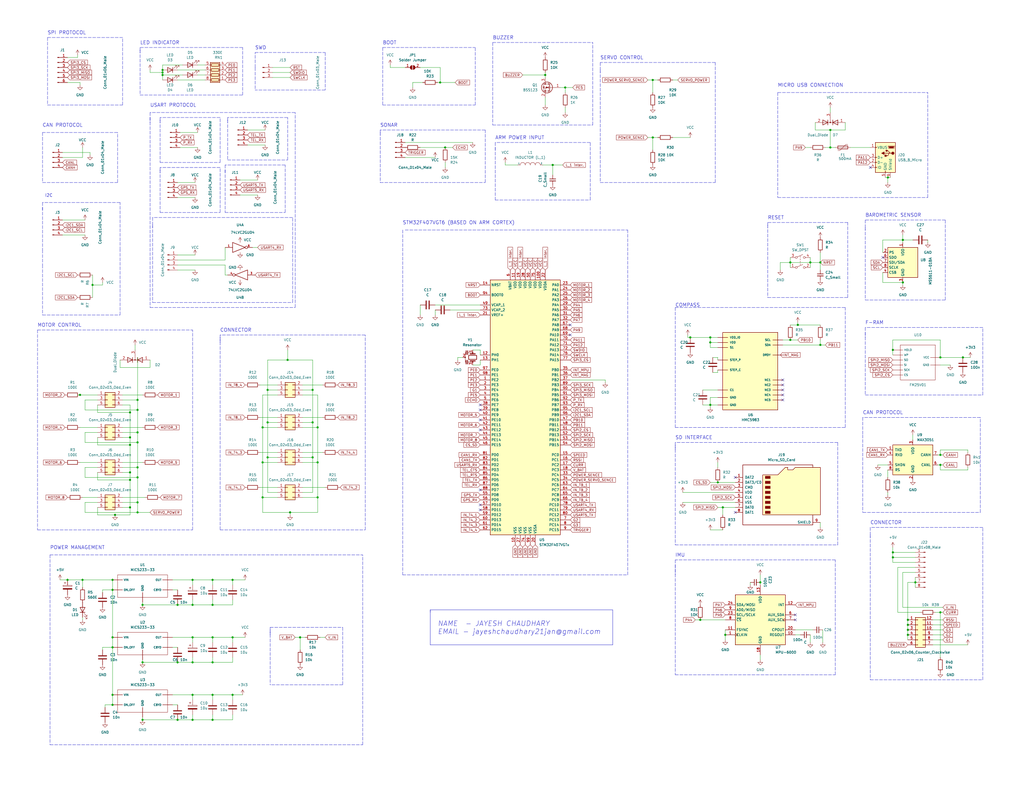
<source format=kicad_sch>
(kicad_sch (version 20211123) (generator eeschema)
  (paper "User" 519.989 399.999)
  (title_block (title "Assignment ") (date "2023-05-21"))
  (junction (at 57.15 294.64))
  (junction (at 82.55 38.1))
  (junction (at 90.17 365.76))
  (junction (at 477.52 181.61))
  (junction (at 360.68 173.99))
  (junction (at 57.15 353.06))
  (junction (at 69.85 224.79))
  (junction (at 461.01 322.58))
  (junction (at 360.68 205.74))
  (junction (at 40.64 200.66))
  (junction (at 107.95 307.34))
  (junction (at 66.04 226.06))
  (junction (at 421.64 66.04))
  (junction (at 331.47 69.85))
  (junction (at 97.79 365.76))
  (junction (at 147.32 260.35))
  (junction (at 90.17 307.34))
  (junction (at 458.47 143.51))
  (junction (at 368.3 322.58))
  (junction (at 133.35 234.95))
  (junction (at 107.95 336.55))
  (junction (at 69.85 260.35))
  (junction (at 46.99 144.78))
  (junction (at 135.89 214.63))
  (junction (at 66.04 240.03))
  (junction (at 461.01 317.5))
  (junction (at 69.85 242.57))
  (junction (at 152.4 323.85))
  (junction (at 464.82 295.91))
  (junction (at 401.32 133.35))
  (junction (at 350.52 171.45))
  (junction (at 118.11 353.06))
  (junction (at 411.48 133.35))
  (junction (at 69.85 203.2))
  (junction (at 66.04 257.81))
  (junction (at 223.52 41.91))
  (junction (at 416.56 175.26))
  (junction (at 146.05 182.88))
  (junction (at 69.85 237.49))
  (junction (at 158.75 214.63))
  (junction (at 158.75 198.12))
  (junction (at 421.64 74.93))
  (junction (at 458.47 121.92))
  (junction (at 226.06 74.93))
  (junction (at 107.95 365.76))
  (junction (at 58.42 261.62))
  (junction (at 280.67 83.82))
  (junction (at 461.01 314.96))
  (junction (at 133.35 217.17))
  (junction (at 69.85 208.28))
  (junction (at 34.29 294.64))
  (junction (at 367.03 257.81))
  (junction (at 158.75 232.41))
  (junction (at 97.79 307.34))
  (junction (at 66.04 209.55))
  (junction (at 82.55 35.56))
  (junction (at 72.39 336.55))
  (junction (at 97.79 294.64))
  (junction (at 453.39 280.67))
  (junction (at 135.89 198.12))
  (junction (at 161.29 252.73))
  (junction (at 488.95 181.61))
  (junction (at 82.55 36.83))
  (junction (at 66.04 243.84))
  (junction (at 161.29 234.95))
  (junction (at 405.13 165.1))
  (junction (at 72.39 307.34))
  (junction (at 72.39 365.76))
  (junction (at 107.95 353.06))
  (junction (at 477.52 311.15))
  (junction (at 416.56 133.35))
  (junction (at 90.17 336.55))
  (junction (at 107.95 294.64))
  (junction (at 331.47 40.64))
  (junction (at 69.85 255.27))
  (junction (at 133.35 252.73))
  (junction (at 453.39 283.21))
  (junction (at 360.68 171.45))
  (junction (at 97.79 353.06))
  (junction (at 118.11 323.85))
  (junction (at 69.85 219.71))
  (junction (at 107.95 323.85))
  (junction (at 461.01 320.04))
  (junction (at 57.15 323.85))
  (junction (at 57.15 299.72))
  (junction (at 364.49 245.11))
  (junction (at 450.85 90.17))
  (junction (at 287.02 44.45))
  (junction (at 41.91 294.64))
  (junction (at 97.79 336.55))
  (junction (at 477.52 231.14))
  (junction (at 57.15 328.93))
  (junction (at 401.32 172.72))
  (junction (at 118.11 294.64))
  (junction (at 97.79 323.85))
  (junction (at 477.52 236.22))
  (junction (at 453.39 177.8))
  (junction (at 386.08 295.91))
  (junction (at 161.29 217.17))
  (junction (at 66.04 222.25))
  (junction (at 276.86 38.1))
  (junction (at 57.15 358.14))
  (junction (at 135.89 232.41))
  (junction (at 355.6 314.96))
  (no_connect (at 403.86 314.96))
  (no_connect (at 403.86 312.42))
  (no_connect (at 243.84 213.36))
  (no_connect (at 289.56 165.1))
  (no_connect (at 289.56 170.18))
  (no_connect (at 243.84 218.44))
  (no_connect (at 243.84 208.28))
  (no_connect (at 243.84 205.74))
  (no_connect (at 243.84 248.92))
  (no_connect (at 243.84 256.54))
  (no_connect (at 243.84 259.08))
  (no_connect (at 373.38 242.57))
  (no_connect (at 373.38 260.35))
  (no_connect (at 448.31 130.81))
  (no_connect (at 397.51 203.2))
  (no_connect (at 397.51 200.66))
  (no_connect (at 397.51 195.58))
  (no_connect (at 397.51 193.04))
  (no_connect (at 397.51 198.12))
  (no_connect (at 441.96 85.09))
  (wire (pts (xy 34.29 29.21) (xy 39.37 29.21)))
  (polyline (pts (xy 115.57 81.28) (xy 146.05 81.28)))
  (polyline (pts (xy 439.42 166.37) (xy 439.42 171.45)))
  (polyline (pts (xy 246.38 92.71) (xy 246.38 66.04)))
  (wire (pts (xy 331.47 69.85) (xy 331.47 76.2)))
  (wire (pts (xy 287.02 46.99) (xy 287.02 44.45)))
  (wire (pts (xy 364.49 245.11) (xy 373.38 245.11)))
  (wire (pts (xy 328.93 69.85) (xy 331.47 69.85)))
  (polyline (pts (xy 21.59 67.31) (xy 21.59 69.85)))
  (wire (pts (xy 41.91 74.93) (xy 41.91 80.01)))
  (wire (pts (xy 132.08 247.65) (xy 140.97 247.65)))
  (wire (pts (xy 114.3 134.62) (xy 114.3 139.7)))
  (polyline (pts (xy 111.76 170.18) (xy 111.76 173.99)))
  (polyline (pts (xy 394.97 100.33) (xy 471.17 100.33)))
  (wire (pts (xy 364.49 181.61) (xy 364.49 182.88)))
  (wire (pts (xy 138.43 39.37) (xy 147.32 39.37)))
  (wire (pts (xy 53.34 358.14) (xy 57.15 358.14)))
  (wire (pts (xy 448.31 128.27) (xy 448.31 121.92)))
  (wire (pts (xy 31.75 111.76) (xy 43.18 111.76)))
  (wire (pts (xy 477.52 238.76) (xy 491.49 238.76)))
  (polyline (pts (xy 194.31 24.13) (xy 194.31 53.34)))
  (wire (pts (xy 355.6 314.96) (xy 368.3 314.96)))
  (wire (pts (xy 455.93 311.15) (xy 467.36 311.15)))
  (polyline (pts (xy 497.84 260.35) (xy 497.84 212.09)))
  (wire (pts (xy 135.89 198.12) (xy 135.89 214.63)))
  (wire (pts (xy 445.77 236.22) (xy 450.85 236.22)))
  (polyline (pts (xy 430.53 113.03) (xy 389.89 113.03)))
  (wire (pts (xy 477.52 172.72) (xy 477.52 181.61)))
  (wire (pts (xy 331.47 69.85) (xy 334.01 69.85)))
  (wire (pts (xy 471.17 121.92) (xy 471.17 123.19)))
  (wire (pts (xy 464.82 290.83) (xy 458.47 290.83)))
  (wire (pts (xy 153.67 198.12) (xy 158.75 198.12)))
  (wire (pts (xy 90.17 307.34) (xy 97.79 307.34)))
  (wire (pts (xy 90.17 35.56) (xy 104.14 35.56)))
  (wire (pts (xy 34.29 41.91) (xy 40.64 41.91)))
  (wire (pts (xy 40.64 41.91) (xy 40.64 43.18)))
  (wire (pts (xy 149.86 323.85) (xy 152.4 323.85)))
  (wire (pts (xy 87.63 328.93) (xy 90.17 328.93)))
  (wire (pts (xy 228.6 157.48) (xy 243.84 157.48)))
  (wire (pts (xy 226.06 74.93) (xy 229.87 74.93)))
  (polyline (pts (xy 81.28 86.36) (xy 81.28 107.95)))
  (wire (pts (xy 448.31 143.51) (xy 458.47 143.51)))
  (wire (pts (xy 43.18 208.28) (xy 69.85 208.28)))
  (wire (pts (xy 43.18 224.79) (xy 69.85 224.79)))
  (wire (pts (xy 405.13 163.83) (xy 405.13 165.1)))
  (wire (pts (xy 140.97 198.12) (xy 135.89 198.12)))
  (wire (pts (xy 461.01 322.58) (xy 461.01 325.12)))
  (wire (pts (xy 453.39 278.13) (xy 453.39 280.67)))
  (wire (pts (xy 97.79 363.22) (xy 97.79 365.76)))
  (wire (pts (xy 364.49 205.74) (xy 360.68 205.74)))
  (wire (pts (xy 214.63 41.91) (xy 209.55 41.91)))
  (polyline (pts (xy 165.1 26.67) (xy 165.1 45.72)))
  (wire (pts (xy 364.49 201.93) (xy 360.68 201.93)))
  (polyline (pts (xy 480.06 152.4) (xy 480.06 111.76)))
  (polyline (pts (xy 19.05 167.64) (xy 19.05 269.24)))
  (wire (pts (xy 121.92 99.06) (xy 130.81 99.06)))
  (wire (pts (xy 276.86 36.83) (xy 276.86 38.1)))
  (polyline (pts (xy 342.9 342.9) (xy 424.18 342.9)))
  (wire (pts (xy 152.4 323.85) (xy 154.94 323.85)))
  (polyline (pts (xy 394.97 46.99) (xy 471.17 46.99)))
  (wire (pts (xy 222.25 41.91) (xy 223.52 41.91)))
  (polyline (pts (xy 76.2 59.69) (xy 76.2 156.21)))
  (wire (pts (xy 458.47 308.61) (xy 478.79 308.61)))
  (wire (pts (xy 473.71 327.66) (xy 491.49 327.66)))
  (wire (pts (xy 132.08 229.87) (xy 140.97 229.87)))
  (wire (pts (xy 62.23 255.27) (xy 69.85 255.27)))
  (wire (pts (xy 153.67 229.87) (xy 163.83 229.87)))
  (wire (pts (xy 97.79 336.55) (xy 107.95 336.55)))
  (polyline (pts (xy 81.28 60.96) (xy 81.28 82.55)))
  (wire (pts (xy 349.25 171.45) (xy 350.52 171.45)))
  (wire (pts (xy 417.83 326.39) (xy 417.83 320.04)))
  (wire (pts (xy 464.82 288.29) (xy 455.93 288.29)))
  (wire (pts (xy 39.37 200.66) (xy 40.64 200.66)))
  (wire (pts (xy 411.48 133.35) (xy 411.48 135.89)))
  (wire (pts (xy 408.94 74.93) (xy 411.48 74.93)))
  (wire (pts (xy 43.18 219.71) (xy 43.18 224.79)))
  (wire (pts (xy 205.74 72.39) (xy 240.03 72.39)))
  (wire (pts (xy 49.53 257.81) (xy 49.53 261.62)))
  (wire (pts (xy 82.55 38.1) (xy 92.71 38.1)))
  (wire (pts (xy 39.37 27.94) (xy 39.37 29.21)))
  (wire (pts (xy 464.82 283.21) (xy 453.39 283.21)))
  (polyline (pts (xy 59.69 92.71) (xy 59.69 67.31)))
  (wire (pts (xy 72.39 365.76) (xy 90.17 365.76)))
  (wire (pts (xy 118.11 353.06) (xy 118.11 355.6)))
  (wire (pts (xy 461.01 314.96) (xy 461.01 317.5)))
  (wire (pts (xy 52.07 330.2) (xy 52.07 328.93)))
  (wire (pts (xy 72.39 336.55) (xy 90.17 336.55)))
  (wire (pts (xy 473.71 317.5) (xy 478.79 317.5)))
  (polyline (pts (xy 304.8 92.71) (xy 363.22 92.71)))
  (wire (pts (xy 161.29 200.66) (xy 161.29 217.17)))
  (wire (pts (xy 361.95 189.23) (xy 364.49 189.23)))
  (wire (pts (xy 429.26 66.04) (xy 429.26 62.23)))
  (polyline (pts (xy 389.89 114.3) (xy 389.89 151.13)))
  (polyline (pts (xy 148.59 110.49) (xy 77.47 110.49)))
  (wire (pts (xy 458.47 290.83) (xy 458.47 308.61)))
  (wire (pts (xy 87.63 299.72) (xy 90.17 299.72)))
  (wire (pts (xy 448.31 138.43) (xy 448.31 143.51)))
  (wire (pts (xy 287.02 57.15) (xy 287.02 54.61)))
  (wire (pts (xy 107.95 304.8) (xy 107.95 307.34)))
  (wire (pts (xy 140.97 250.19) (xy 135.89 250.19)))
  (wire (pts (xy 138.43 34.29) (xy 147.32 34.29)))
  (wire (pts (xy 66.04 226.06) (xy 66.04 240.03)))
  (polyline (pts (xy 19.05 269.24) (xy 97.79 269.24)))
  (polyline (pts (xy 129.54 34.29) (xy 129.54 26.67)))
  (polyline (pts (xy 77.47 153.67) (xy 148.59 153.67)))
  (wire (pts (xy 412.75 320.04) (xy 403.86 320.04)))
  (wire (pts (xy 118.11 294.64) (xy 118.11 297.18)))
  (wire (pts (xy 72.39 335.28) (xy 72.39 336.55)))
  (polyline (pts (xy 439.42 111.76) (xy 439.42 116.84)))
  (polyline (pts (xy 60.96 160.02) (xy 60.96 127)))
  (wire (pts (xy 62.23 205.74) (xy 66.04 205.74)))
  (polyline (pts (xy 424.18 342.9) (xy 424.18 284.48)))
  (wire (pts (xy 121.92 91.44) (xy 130.81 91.44)))
  (wire (pts (xy 152.4 323.85) (xy 152.4 330.2)))
  (wire (pts (xy 473.71 320.04) (xy 478.79 320.04)))
  (wire (pts (xy 386.08 292.1) (xy 386.08 295.91)))
  (wire (pts (xy 464.82 295.91) (xy 464.82 298.45)))
  (wire (pts (xy 41.91 298.45) (xy 41.91 294.64)))
  (wire (pts (xy 45.72 77.47) (xy 45.72 78.74)))
  (wire (pts (xy 140.97 200.66) (xy 133.35 200.66)))
  (wire (pts (xy 76.2 186.69) (xy 76.2 182.88)))
  (wire (pts (xy 90.17 137.16) (xy 99.06 137.16)))
  (wire (pts (xy 69.85 224.79) (xy 69.85 237.49)))
  (wire (pts (xy 158.75 198.12) (xy 158.75 214.63)))
  (wire (pts (xy 125.73 66.04) (xy 134.62 66.04)))
  (wire (pts (xy 62.23 234.95) (xy 72.39 234.95)))
  (wire (pts (xy 473.71 322.58) (xy 478.79 322.58)))
  (wire (pts (xy 453.39 177.8) (xy 453.39 172.72)))
  (polyline (pts (xy 97.79 269.24) (xy 97.79 167.64)))
  (wire (pts (xy 276.86 53.34) (xy 276.86 49.53)))
  (wire (pts (xy 90.17 129.54) (xy 99.06 129.54)))
  (wire (pts (xy 87.63 323.85) (xy 97.79 323.85)))
  (polyline (pts (xy 439.42 200.66) (xy 499.11 200.66)))
  (wire (pts (xy 213.36 74.93) (xy 226.06 74.93)))
  (wire (pts (xy 49.53 243.84) (xy 66.04 243.84)))
  (wire (pts (xy 40.64 217.17) (xy 49.53 217.17)))
  (wire (pts (xy 31.75 80.01) (xy 41.91 80.01)))
  (wire (pts (xy 478.79 236.22) (xy 477.52 236.22)))
  (wire (pts (xy 49.53 205.74) (xy 49.53 209.55)))
  (polyline (pts (xy 81.28 59.69) (xy 81.28 62.23)))
  (polyline (pts (xy 60.96 127) (xy 60.96 102.87)))
  (polyline (pts (xy 304.8 31.75) (xy 304.8 36.83)))
  (wire (pts (xy 107.95 294.64) (xy 107.95 297.18)))
  (wire (pts (xy 198.12 34.29) (xy 205.74 34.29)))
  (wire (pts (xy 90.17 100.33) (xy 99.06 100.33)))
  (wire (pts (xy 68.58 175.26) (xy 68.58 177.8)))
  (wire (pts (xy 158.75 214.63) (xy 158.75 232.41)))
  (wire (pts (xy 411.48 326.39) (xy 411.48 322.58)))
  (wire (pts (xy 52.07 144.78) (xy 46.99 144.78)))
  (wire (pts (xy 243.84 180.34) (xy 243.84 177.8)))
  (polyline (pts (xy 311.15 327.66) (xy 311.15 309.88)) (stroke (width 0) (type solid)))
  (wire (pts (xy 66.04 243.84) (xy 66.04 257.81)))
  (wire (pts (xy 450.85 251.46) (xy 450.85 250.19)))
  (polyline (pts (xy 173.99 347.98) (xy 137.16 347.98)))
  (polyline (pts (xy 114.3 107.95) (xy 144.78 107.95)))
  (wire (pts (xy 118.11 307.34) (xy 107.95 307.34)))
  (polyline (pts (xy 185.42 170.18) (xy 111.76 170.18)))
  (wire (pts (xy 275.59 83.82) (xy 280.67 83.82)))
  (wire (pts (xy 57.15 294.64) (xy 57.15 299.72)))
  (wire (pts (xy 488.95 181.61) (xy 492.76 181.61)))
  (polyline (pts (xy 342.9 156.21) (xy 429.26 156.21)))
  (wire (pts (xy 416.56 267.97) (xy 416.56 265.43)))
  (polyline (pts (xy 194.31 53.34) (xy 241.3 53.34)))
  (wire (pts (xy 213.36 34.29) (xy 223.52 34.29)))
  (wire (pts (xy 87.63 358.14) (xy 90.17 358.14)))
  (wire (pts (xy 361.95 181.61) (xy 364.49 181.61)))
  (wire (pts (xy 46.99 144.78) (xy 46.99 151.13)))
  (wire (pts (xy 40.64 234.95) (xy 49.53 234.95)))
  (wire (pts (xy 464.82 285.75) (xy 453.39 285.75)))
  (polyline (pts (xy 342.9 287.02) (xy 342.9 342.9)))
  (wire (pts (xy 424.18 74.93) (xy 421.64 74.93)))
  (wire (pts (xy 82.55 35.56) (xy 82.55 36.83)))
  (wire (pts (xy 82.55 36.83) (xy 82.55 38.1)))
  (wire (pts (xy 491.49 229.87) (xy 491.49 228.6)))
  (wire (pts (xy 49.53 219.71) (xy 43.18 219.71)))
  (wire (pts (xy 133.35 234.95) (xy 133.35 217.17)))
  (wire (pts (xy 69.85 208.28) (xy 69.85 203.2)))
  (wire (pts (xy 449.58 90.17) (xy 450.85 90.17)))
  (polyline (pts (xy 499.11 166.37) (xy 439.42 166.37)))
  (wire (pts (xy 107.95 353.06) (xy 107.95 355.6)))
  (wire (pts (xy 473.71 314.96) (xy 478.79 314.96)))
  (wire (pts (xy 256.54 83.82) (xy 262.89 83.82)))
  (wire (pts (xy 72.39 306.07) (xy 72.39 307.34)))
  (wire (pts (xy 135.89 198.12) (xy 135.89 182.88)))
  (wire (pts (xy 416.56 128.27) (xy 416.56 133.35)))
  (wire (pts (xy 287.02 44.45) (xy 284.48 44.45)))
  (wire (pts (xy 223.52 41.91) (xy 231.14 41.91)))
  (polyline (pts (xy 21.59 105.41) (xy 21.59 127)))
  (wire (pts (xy 421.64 66.04) (xy 421.64 74.93)))
  (wire (pts (xy 360.68 176.53) (xy 360.68 173.99)))
  (polyline (pts (xy 439.42 115.57) (xy 439.42 152.4)))
  (wire (pts (xy 450.85 92.71) (xy 450.85 90.17)))
  (wire (pts (xy 97.79 365.76) (xy 107.95 365.76)))
  (wire (pts (xy 66.04 261.62) (xy 66.04 257.81)))
  (wire (pts (xy 463.55 121.92) (xy 458.47 121.92)))
  (wire (pts (xy 477.52 236.22) (xy 476.25 236.22)))
  (polyline (pts (xy 438.15 220.98) (xy 438.15 260.35)))
  (wire (pts (xy 43.18 203.2) (xy 43.18 208.28)))
  (wire (pts (xy 161.29 252.73) (xy 161.29 260.35)))
  (wire (pts (xy 280.67 83.82) (xy 280.67 88.9)))
  (polyline (pts (xy 111.76 59.69) (xy 81.28 59.69)))
  (polyline (pts (xy 24.13 19.05) (xy 62.23 19.05)))
  (wire (pts (xy 401.32 165.1) (xy 405.13 165.1)))
  (wire (pts (xy 161.29 252.73) (xy 161.29 234.95)))
  (wire (pts (xy 76.2 36.83) (xy 82.55 36.83)))
  (wire (pts (xy 401.32 130.81) (xy 401.32 133.35)))
  (wire (pts (xy 140.97 252.73) (xy 133.35 252.73)))
  (polyline (pts (xy 499.11 267.97) (xy 441.96 267.97)))
  (polyline (pts (xy 81.28 85.09) (xy 81.28 87.63)))
  (polyline (pts (xy 425.45 276.86) (xy 425.45 224.79)))
  (wire (pts (xy 397.51 175.26) (xy 416.56 175.26)))
  (wire (pts (xy 87.63 294.64) (xy 97.79 294.64)))
  (wire (pts (xy 90.17 132.08) (xy 114.3 132.08)))
  (polyline (pts (xy 430.53 151.13) (xy 430.53 113.03)))
  (wire (pts (xy 331.47 40.64) (xy 331.47 46.99)))
  (wire (pts (xy 289.56 193.04) (xy 307.34 193.04)))
  (wire (pts (xy 118.11 323.85) (xy 118.11 326.39)))
  (wire (pts (xy 118.11 365.76) (xy 107.95 365.76)))
  (wire (pts (xy 450.85 90.17) (xy 452.12 90.17)))
  (wire (pts (xy 62.23 240.03) (xy 66.04 240.03)))
  (wire (pts (xy 477.52 228.6) (xy 477.52 231.14)))
  (polyline (pts (xy 21.59 69.85) (xy 21.59 92.71)))
  (wire (pts (xy 153.67 252.73) (xy 161.29 252.73)))
  (wire (pts (xy 49.53 209.55) (xy 66.04 209.55)))
  (wire (pts (xy 138.43 36.83) (xy 147.32 36.83)))
  (wire (pts (xy 350.52 171.45) (xy 360.68 171.45)))
  (wire (pts (xy 411.48 133.35) (xy 416.56 133.35)))
  (polyline (pts (xy 24.13 19.05) (xy 24.13 53.34)))
  (wire (pts (xy 448.31 121.92) (xy 458.47 121.92)))
  (polyline (pts (xy 389.89 151.13) (xy 430.53 151.13)))
  (polyline (pts (xy 115.57 59.69) (xy 115.57 62.23)))
  (wire (pts (xy 461.01 320.04) (xy 461.01 322.58)))
  (wire (pts (xy 364.49 234.95) (xy 364.49 237.49)))
  (polyline (pts (xy 149.86 156.21) (xy 149.86 57.15)))
  (polyline (pts (xy 250.19 63.5) (xy 300.99 63.5)))
  (wire (pts (xy 414.02 62.23) (xy 414.02 66.04)))
  (wire (pts (xy 107.95 334.01) (xy 107.95 336.55)))
  (wire (pts (xy 158.75 182.88) (xy 158.75 198.12)))
  (wire (pts (xy 360.68 173.99) (xy 360.68 171.45)))
  (wire (pts (xy 69.85 260.35) (xy 69.85 255.27)))
  (wire (pts (xy 69.85 242.57) (xy 69.85 255.27)))
  (wire (pts (xy 97.79 307.34) (xy 107.95 307.34)))
  (wire (pts (xy 346.71 255.27) (xy 373.38 255.27)))
  (wire (pts (xy 367.03 257.81) (xy 373.38 257.81)))
  (wire (pts (xy 276.86 38.1) (xy 276.86 39.37)))
  (wire (pts (xy 62.23 222.25) (xy 66.04 222.25)))
  (polyline (pts (xy 137.16 322.58) (xy 137.16 318.77)))
  (wire (pts (xy 234.95 181.61) (xy 232.41 181.61)))
  (wire (pts (xy 265.43 38.1) (xy 276.86 38.1)))
  (wire (pts (xy 52.07 300.99) (xy 52.07 299.72)))
  (polyline (pts (xy 193.04 92.71) (xy 246.38 92.71)))
  (wire (pts (xy 43.18 237.49) (xy 43.18 242.57)))
  (polyline (pts (xy 71.12 25.4) (xy 71.12 48.26)))
  (wire (pts (xy 158.75 250.19) (xy 153.67 250.19)))
  (polyline (pts (xy 111.76 82.55) (xy 111.76 59.69)))
  (wire (pts (xy 356.87 198.12) (xy 364.49 198.12)))
  (wire (pts (xy 401.32 133.35) (xy 411.48 133.35)))
  (wire (pts (xy 132.08 195.58) (xy 140.97 195.58)))
  (wire (pts (xy 153.67 247.65) (xy 165.1 247.65)))
  (wire (pts (xy 280.67 83.82) (xy 285.75 83.82)))
  (wire (pts (xy 364.49 173.99) (xy 360.68 173.99)))
  (polyline (pts (xy 425.45 224.79) (xy 342.9 224.79)))
  (polyline (pts (xy 111.76 107.95) (xy 111.76 85.09)))
  (wire (pts (xy 49.53 203.2) (xy 43.18 203.2)))
  (wire (pts (xy 97.79 334.01) (xy 97.79 336.55)))
  (wire (pts (xy 58.42 261.62) (xy 66.04 261.62)))
  (wire (pts (xy 72.39 364.49) (xy 72.39 365.76)))
  (polyline (pts (xy 137.16 320.04) (xy 137.16 347.98)))
  (wire (pts (xy 34.29 294.64) (xy 41.91 294.64)))
  (wire (pts (xy 46.99 139.7) (xy 46.99 144.78)))
  (wire (pts (xy 421.64 54.61) (xy 421.64 57.15)))
  (polyline (pts (xy 218.44 309.88) (xy 218.44 327.66)) (stroke (width 0) (type solid)))
  (wire (pts (xy 220.98 160.02) (xy 220.98 157.48)))
  (wire (pts (xy 62.23 252.73) (xy 73.66 252.73)))
  (wire (pts (xy 461.01 295.91) (xy 464.82 295.91)))
  (wire (pts (xy 90.17 365.76) (xy 97.79 365.76)))
  (wire (pts (xy 153.67 195.58) (xy 163.83 195.58)))
  (polyline (pts (xy 185.42 269.24) (xy 185.42 170.18)))
  (polyline (pts (xy 342.9 276.86) (xy 425.45 276.86)))
  (wire (pts (xy 76.2 35.56) (xy 76.2 36.83)))
  (wire (pts (xy 146.05 182.88) (xy 158.75 182.88)))
  (wire (pts (xy 256.54 82.55) (xy 256.54 83.82)))
  (wire (pts (xy 41.91 294.64) (xy 57.15 294.64)))
  (wire (pts (xy 158.75 232.41) (xy 158.75 250.19)))
  (wire (pts (xy 477.52 334.01) (xy 477.52 311.15)))
  (polyline (pts (xy 441.96 345.44) (xy 499.11 345.44)))
  (wire (pts (xy 307.34 194.31) (xy 307.34 193.04)))
  (polyline (pts (xy 19.05 167.64) (xy 97.79 167.64)))
  (polyline (pts (xy 300.99 63.5) (xy 300.99 21.59)))
  (wire (pts (xy 118.11 294.64) (xy 124.46 294.64)))
  (polyline (pts (xy 173.99 318.77) (xy 173.99 347.98)))
  (wire (pts (xy 349.25 170.18) (xy 349.25 171.45)))
  (wire (pts (xy 153.67 200.66) (xy 161.29 200.66)))
  (wire (pts (xy 49.53 237.49) (xy 43.18 237.49)))
  (wire (pts (xy 368.3 320.04) (xy 368.3 322.58)))
  (wire (pts (xy 161.29 217.17) (xy 153.67 217.17)))
  (wire (pts (xy 118.11 334.01) (xy 118.11 336.55)))
  (wire (pts (xy 453.39 283.21) (xy 453.39 280.67)))
  (wire (pts (xy 90.17 336.55) (xy 97.79 336.55)))
  (wire (pts (xy 453.39 285.75) (xy 453.39 283.21)))
  (polyline (pts (xy 111.76 269.24) (xy 185.42 269.24)))
  (wire (pts (xy 128.27 125.73) (xy 130.81 125.73)))
  (wire (pts (xy 91.44 67.31) (xy 100.33 67.31)))
  (wire (pts (xy 331.47 40.64) (xy 334.01 40.64)))
  (wire (pts (xy 416.56 172.72) (xy 416.56 175.26)))
  (wire (pts (xy 60.96 182.88) (xy 60.96 186.69)))
  (wire (pts (xy 416.56 133.35) (xy 416.56 137.16)))
  (wire (pts (xy 43.18 119.38) (xy 31.75 119.38)))
  (polyline (pts (xy 194.31 24.13) (xy 241.3 24.13)))
  (polyline (pts (xy 60.96 102.87) (xy 21.59 102.87)))
  (polyline (pts (xy 146.05 81.28) (xy 146.05 59.69)))
  (wire (pts (xy 414.02 66.04) (xy 421.64 66.04)))
  (wire (pts (xy 118.11 363.22) (xy 118.11 365.76)))
  (wire (pts (xy 133.35 260.35) (xy 133.35 252.73)))
  (polyline (pts (xy 299.72 101.6) (xy 299.72 72.39)))
  (polyline (pts (xy 342.9 226.06) (xy 342.9 276.86)))
  (polyline (pts (xy 144.78 107.95) (xy 144.78 83.82)))
  (wire (pts (xy 69.85 219.71) (xy 69.85 224.79)))
  (wire (pts (xy 57.15 328.93) (xy 57.15 353.06)))
  (wire (pts (xy 62.23 203.2) (xy 69.85 203.2)))
  (wire (pts (xy 401.32 133.35) (xy 401.32 135.89)))
  (polyline (pts (xy 439.42 152.4) (xy 480.06 152.4)))
  (wire (pts (xy 72.39 307.34) (xy 90.17 307.34)))
  (polyline (pts (xy 77.47 110.49) (xy 77.47 115.57)))
  (polyline (pts (xy 148.59 153.67) (xy 148.59 110.49)))
  (wire (pts (xy 135.89 250.19) (xy 135.89 232.41)))
  (polyline (pts (xy 389.89 113.03) (xy 389.89 115.57)))
  (wire (pts (xy 205.74 80.01) (xy 220.98 80.01)))
  (wire (pts (xy 133.35 234.95) (xy 133.35 252.73)))
  (polyline (pts (xy 241.3 53.34) (xy 241.3 24.13)))
  (wire (pts (xy 97.79 323.85) (xy 107.95 323.85)))
  (wire (pts (xy 153.67 214.63) (xy 158.75 214.63)))
  (wire (pts (xy 97.79 304.8) (xy 97.79 307.34)))
  (wire (pts (xy 491.49 228.6) (xy 477.52 228.6)))
  (polyline (pts (xy 342.9 224.79) (xy 342.9 228.6)))
  (wire (pts (xy 114.3 125.73) (xy 114.3 132.08)))
  (wire (pts (xy 243.84 177.8) (xy 240.03 177.8)))
  (wire (pts (xy 66.04 209.55) (xy 66.04 222.25)))
  (wire (pts (xy 97.79 294.64) (xy 97.79 297.18)))
  (polyline (pts (xy 123.19 48.26) (xy 123.19 24.13)))
  (polyline (pts (xy 499.11 345.44) (xy 499.11 267.97)))
  (wire (pts (xy 455.93 288.29) (xy 455.93 311.15)))
  (polyline (pts (xy 342.9 284.48) (xy 342.9 292.1)))
  (wire (pts (xy 60.96 186.69) (xy 76.2 186.69)))
  (wire (pts (xy 62.23 200.66) (xy 72.39 200.66)))
  (polyline (pts (xy 184.15 378.46) (xy 184.15 281.94)))
  (polyline (pts (xy 21.59 102.87) (xy 21.59 106.68)))
  (polyline (pts (xy 114.3 86.36) (xy 114.3 107.95)))
  (wire (pts (xy 396.24 133.35) (xy 396.24 137.16)))
  (wire (pts (xy 90.17 40.64) (xy 104.14 40.64)))
  (wire (pts (xy 153.67 212.09) (xy 163.83 212.09)))
  (polyline (pts (xy 204.47 116.84) (xy 204.47 292.1)))
  (polyline (pts (xy 480.06 111.76) (xy 439.42 111.76)))
  (wire (pts (xy 463.55 220.98) (xy 463.55 223.52)))
  (polyline (pts (xy 137.16 318.77) (xy 173.99 318.77)))
  (wire (pts (xy 135.89 214.63) (xy 140.97 214.63)))
  (wire (pts (xy 368.3 325.12) (xy 368.3 322.58)))
  (wire (pts (xy 100.33 38.1) (xy 104.14 38.1)))
  (wire (pts (xy 477.52 231.14) (xy 476.25 231.14)))
  (wire (pts (xy 421.64 74.93) (xy 419.1 74.93)))
  (wire (pts (xy 107.95 323.85) (xy 107.95 326.39)))
  (wire (pts (xy 30.48 294.64) (xy 34.29 294.64)))
  (wire (pts (xy 147.32 260.35) (xy 133.35 260.35)))
  (wire (pts (xy 356.87 205.74) (xy 360.68 205.74)))
  (polyline (pts (xy 21.59 127) (xy 21.59 134.62)))
  (wire (pts (xy 232.41 181.61) (xy 232.41 182.88)))
  (wire (pts (xy 118.11 336.55) (xy 107.95 336.55)))
  (polyline (pts (xy 111.76 171.45) (xy 111.76 269.24)))
  (wire (pts (xy 464.82 293.37) (xy 464.82 295.91)))
  (polyline (pts (xy 71.12 24.13) (xy 71.12 26.67)))
  (wire (pts (xy 107.95 353.06) (xy 118.11 353.06)))
  (polyline (pts (xy 59.69 67.31) (xy 21.59 67.31)))
  (polyline (pts (xy 165.1 45.72) (xy 129.54 45.72)))
  (polyline (pts (xy 149.86 57.15) (xy 76.2 57.15)))
  (polyline (pts (xy 218.44 309.88) (xy 218.44 311.15)))
  (polyline (pts (xy 441.96 271.78) (xy 441.96 345.44)))
  (wire (pts (xy 90.17 134.62) (xy 114.3 134.62)))
  (wire (pts (xy 161.29 260.35) (xy 147.32 260.35)))
  (wire (pts (xy 82.55 38.1) (xy 82.55 40.64)))
  (polyline (pts (xy 193.04 67.31) (xy 193.04 92.71)))
  (wire (pts (xy 49.53 226.06) (xy 66.04 226.06)))
  (wire (pts (xy 491.49 237.49) (xy 491.49 238.76)))
  (wire (pts (xy 458.47 144.78) (xy 458.47 143.51)))
  (wire (pts (xy 405.13 165.1) (xy 416.56 165.1)))
  (wire (pts (xy 57.15 353.06) (xy 57.15 358.14)))
  (polyline (pts (xy 25.4 378.46) (xy 184.15 378.46)))
  (wire (pts (xy 62.23 257.81) (xy 66.04 257.81)))
  (wire (pts (xy 153.67 232.41) (xy 158.75 232.41)))
  (wire (pts (xy 450.85 238.76) (xy 450.85 242.57)))
  (wire (pts (xy 220.98 154.94) (xy 243.84 154.94)))
  (polyline (pts (xy 246.38 66.04) (xy 193.04 66.04)))
  (polyline (pts (xy 24.13 53.34) (xy 62.23 53.34)))
  (polyline (pts (xy 497.84 212.09) (xy 438.15 212.09)))
  (polyline (pts (xy 129.54 34.29) (xy 129.54 45.72)))
  (wire (pts (xy 100.33 33.02) (xy 104.14 33.02)))
  (wire (pts (xy 431.8 74.93) (xy 441.96 74.93)))
  (wire (pts (xy 401.32 133.35) (xy 396.24 133.35)))
  (wire (pts (xy 118.11 323.85) (xy 124.46 323.85)))
  (wire (pts (xy 353.06 314.96) (xy 355.6 314.96)))
  (wire (pts (xy 87.63 353.06) (xy 97.79 353.06)))
  (wire (pts (xy 43.18 242.57) (xy 69.85 242.57)))
  (wire (pts (xy 140.97 234.95) (xy 133.35 234.95)))
  (wire (pts (xy 92.71 33.02) (xy 82.55 33.02)))
  (wire (pts (xy 52.07 299.72) (xy 57.15 299.72)))
  (polyline (pts (xy 146.05 59.69) (xy 115.57 59.69)))
  (polyline (pts (xy 21.59 134.62) (xy 21.59 160.02)))
  (wire (pts (xy 69.85 203.2) (xy 69.85 181.61)))
  (wire (pts (xy 458.47 119.38) (xy 458.47 121.92)))
  (wire (pts (xy 114.3 139.7) (xy 115.57 139.7)))
  (polyline (pts (xy 144.78 83.82) (xy 114.3 83.82)))
  (polyline (pts (xy 251.46 72.39) (xy 251.46 76.2)))
  (wire (pts (xy 406.4 322.58) (xy 403.86 322.58)))
  (wire (pts (xy 133.35 200.66) (xy 133.35 217.17)))
  (wire (pts (xy 147.32 261.62) (xy 147.32 260.35)))
  (polyline (pts (xy 218.44 327.66) (xy 311.15 327.66)) (stroke (width 0) (type solid)))
  (polyline (pts (xy 471.17 100.33) (xy 471.17 46.99)))
  (wire (pts (xy 107.95 323.85) (xy 118.11 323.85)))
  (polyline (pts (xy 424.18 284.48) (xy 342.9 284.48)))
  (wire (pts (xy 49.53 255.27) (xy 43.18 255.27)))
  (polyline (pts (xy 25.4 281.94) (xy 25.4 378.46)))
  (polyline (pts (xy 394.97 46.99) (xy 394.97 100.33)))
  (wire (pts (xy 125.73 73.66) (xy 134.62 73.66)))
  (wire (pts (xy 133.35 217.17) (xy 140.97 217.17)))
  (polyline (pts (xy 441.96 267.97) (xy 441.96 273.05)))
  (wire (pts (xy 364.49 257.81) (xy 367.03 257.81)))
  (wire (pts (xy 107.95 363.22) (xy 107.95 365.76)))
  (wire (pts (xy 62.23 237.49) (xy 69.85 237.49)))
  (polyline (pts (xy 21.59 160.02) (xy 60.96 160.02)))
  (wire (pts (xy 346.71 250.19) (xy 373.38 250.19)))
  (polyline (pts (xy 76.2 57.15) (xy 76.2 62.23)))
  (wire (pts (xy 367.03 269.24) (xy 360.68 269.24)))
  (wire (pts (xy 52.07 143.51) (xy 52.07 144.78)))
  (wire (pts (xy 226.06 82.55) (xy 226.06 85.09)))
  (wire (pts (xy 364.49 189.23) (xy 364.49 187.96)))
  (wire (pts (xy 367.03 261.62) (xy 367.03 257.81)))
  (wire (pts (xy 360.68 171.45) (xy 364.49 171.45)))
  (wire (pts (xy 386.08 295.91) (xy 386.08 297.18)))
  (wire (pts (xy 213.36 160.02) (xy 213.36 154.94)))
  (wire (pts (xy 397.51 172.72) (xy 401.32 172.72)))
  (wire (pts (xy 52.07 328.93) (xy 57.15 328.93)))
  (wire (pts (xy 461.01 317.5) (xy 461.01 320.04)))
  (wire (pts (xy 240.03 185.42) (xy 243.84 185.42)))
  (wire (pts (xy 477.52 236.22) (xy 477.52 238.76)))
  (polyline (pts (xy 304.8 35.56) (xy 304.8 92.71)))
  (wire (pts (xy 161.29 234.95) (xy 161.29 217.17)))
  (polyline (pts (xy 438.15 260.35) (xy 497.84 260.35)))
  (wire (pts (xy 43.18 260.35) (xy 69.85 260.35)))
  (wire (pts (xy 66.04 240.03) (xy 66.04 243.84)))
  (polyline (pts (xy 62.23 53.34) (xy 62.23 19.05)))
  (wire (pts (xy 364.49 176.53) (xy 360.68 176.53)))
  (wire (pts (xy 132.08 212.09) (xy 140.97 212.09)))
  (wire (pts (xy 360.68 205.74) (xy 360.68 207.01)))
  (wire (pts (xy 97.79 353.06) (xy 97.79 355.6)))
  (polyline (pts (xy 251.46 101.6) (xy 299.72 101.6)))
  (wire (pts (xy 461.01 295.91) (xy 461.01 314.96)))
  (wire (pts (xy 40.64 200.66) (xy 49.53 200.66)))
  (wire (pts (xy 458.47 121.92) (xy 458.47 123.19)))
  (wire (pts (xy 328.93 40.64) (xy 331.47 40.64)))
  (wire (pts (xy 478.79 231.14) (xy 477.52 231.14)))
  (polyline (pts (xy 205.74 116.84) (xy 318.77 116.84)))
  (polyline (pts (xy 299.72 72.39) (xy 251.46 72.39)))
  (polyline (pts (xy 250.19 21.59) (xy 300.99 21.59)))
  (polyline (pts (xy 438.15 212.09) (xy 438.15 220.98)))
  (wire (pts (xy 69.85 237.49) (xy 69.85 242.57)))
  (wire (pts (xy 411.48 130.81) (xy 411.48 133.35)))
  (wire (pts (xy 66.04 205.74) (xy 66.04 209.55)))
  (wire (pts (xy 118.11 304.8) (xy 118.11 307.34)))
  (polyline (pts (xy 81.28 82.55) (xy 111.76 82.55)))
  (wire (pts (xy 473.71 325.12) (xy 478.79 325.12)))
  (polyline (pts (xy 363.22 31.75) (xy 304.8 31.75)))
  (polyline (pts (xy 123.19 24.13) (xy 71.12 24.13)))
  (polyline (pts (xy 342.9 217.17) (xy 429.26 217.17)))
  (wire (pts (xy 118.11 353.06) (xy 123.19 353.06)))
  (wire (pts (xy 421.64 66.04) (xy 429.26 66.04)))
  (wire (pts (xy 223.52 34.29) (xy 223.52 41.91)))
  (polyline (pts (xy 342.9 156.21) (xy 342.9 217.17)))
  (wire (pts (xy 62.23 219.71) (xy 69.85 219.71)))
  (polyline (pts (xy 76.2 156.21) (xy 149.86 156.21)))
  (polyline (pts (xy 114.3 83.82) (xy 114.3 87.63)))
  (wire (pts (xy 290.83 44.45) (xy 287.02 44.45)))
  (wire (pts (xy 243.84 182.88) (xy 243.84 185.42)))
  (wire (pts (xy 53.34 359.41) (xy 53.34 358.14)))
  (wire (pts (xy 474.98 311.15) (xy 477.52 311.15)))
  (wire (pts (xy 165.1 323.85) (xy 162.56 323.85)))
  (polyline (pts (xy 193.04 66.04) (xy 193.04 68.58)))
  (polyline (pts (xy 81.28 107.95) (xy 111.76 107.95)))
  (wire (pts (xy 477.52 181.61) (xy 488.95 181.61)))
  (wire (pts (xy 49.53 222.25) (xy 49.53 226.06)))
  (wire (pts (xy 477.52 311.15) (xy 478.79 311.15)))
  (wire (pts (xy 135.89 232.41) (xy 135.89 214.63)))
  (wire (pts (xy 69.85 219.71) (xy 69.85 208.28)))
  (polyline (pts (xy 115.57 60.96) (xy 115.57 81.28)))
  (wire (pts (xy 198.12 33.02) (xy 198.12 34.29)))
  (polyline (pts (xy 499.11 200.66) (xy 499.11 166.37)))
  (wire (pts (xy 31.75 77.47) (xy 45.72 77.47)))
  (wire (pts (xy 49.53 261.62) (xy 58.42 261.62)))
  (wire (pts (xy 209.55 41.91) (xy 209.55 44.45)))
  (wire (pts (xy 360.68 201.93) (xy 360.68 205.74)))
  (wire (pts (xy 97.79 294.64) (xy 107.95 294.64)))
  (polyline (pts (xy 111.76 85.09) (xy 81.28 85.09)))
  (wire (pts (xy 453.39 177.8) (xy 453.39 180.34)))
  (polyline (pts (xy 77.47 114.3) (xy 77.47 153.67)))
  (wire (pts (xy 57.15 323.85) (xy 57.15 328.93)))
  (wire (pts (xy 146.05 177.8) (xy 146.05 182.88)))
  (wire (pts (xy 41.91 314.96) (xy 41.91 313.69)))
  (wire (pts (xy 49.53 240.03) (xy 49.53 243.84)))
  (wire (pts (xy 341.63 69.85) (xy 350.52 69.85)))
  (polyline (pts (xy 429.26 217.17) (xy 429.26 156.21)))
  (polyline (pts (xy 251.46 74.93) (xy 251.46 101.6)))
  (wire (pts (xy 97.79 323.85) (xy 97.79 326.39)))
  (wire (pts (xy 344.17 40.64) (xy 341.63 40.64)))
  (wire (pts (xy 140.97 232.41) (xy 135.89 232.41)))
  (wire (pts (xy 57.15 299.72) (xy 57.15 323.85)))
  (wire (pts (xy 381 297.18) (xy 381 295.91)))
  (wire (pts (xy 107.95 294.64) (xy 118.11 294.64)))
  (wire (pts (xy 90.17 92.71) (xy 99.06 92.71)))
  (wire (pts (xy 82.55 33.02) (xy 82.55 35.56)))
  (polyline (pts (xy 363.22 92.71) (xy 363.22 31.75)))
  (polyline (pts (xy 439.42 168.91) (xy 439.42 200.66)))
  (wire (pts (xy 453.39 280.67) (xy 464.82 280.67)))
  (wire (pts (xy 97.79 353.06) (xy 107.95 353.06)))
  (polyline (pts (xy 71.12 48.26) (xy 123.19 48.26)))
  (wire (pts (xy 135.89 182.88) (xy 146.05 182.88)))
  (wire (pts (xy 43.18 255.27) (xy 43.18 260.35)))
  (polyline (pts (xy 250.19 21.59) (xy 250.19 63.5)))
  (polyline (pts (xy 25.4 281.94) (xy 184.15 281.94)))
  (wire (pts (xy 360.68 245.11) (xy 364.49 245.11)))
  (wire (pts (xy 41.91 252.73) (xy 49.53 252.73)))
  (wire (pts (xy 453.39 172.72) (xy 477.52 172.72)))
  (polyline (pts (xy 21.59 92.71) (xy 59.69 92.71)))
  (polyline (pts (xy 204.47 292.1) (xy 318.77 292.1)))
  (wire (pts (xy 69.85 260.35) (xy 76.2 260.35)))
  (wire (pts (xy 66.04 222.25) (xy 66.04 226.06)))
  (wire (pts (xy 401.32 172.72) (xy 405.13 172.72)))
  (wire (pts (xy 153.67 234.95) (xy 161.29 234.95)))
  (wire (pts (xy 416.56 175.26) (xy 419.1 175.26)))
  (polyline (pts (xy 318.77 292.1) (xy 318.77 116.84)))
  (wire (pts (xy 91.44 74.93) (xy 100.33 74.93)))
  (wire (pts (xy 386.08 335.28) (xy 386.08 332.74)))
  (wire (pts (xy 62.23 217.17) (xy 72.39 217.17)))
  (wire (pts (xy 482.6 185.42) (xy 477.52 185.42)))
  (polyline (pts (xy 129.54 26.67) (xy 165.1 26.67)))
  (polyline (pts (xy 311.15 309.88) (xy 218.44 309.88)) (stroke (width 0) (type solid)))
  (text "I2C" (at 22.86 100.33 0) (effects (font (size 1.524 1.524)) (justify left bottom)))
  (text "MOTOR CONTROL\n" (at 19.05 166.37 0) (effects (font (size 1.778 1.778)) (justify left bottom)))
  (text "USART PROTOCOL" (at 76.2 54.61 0) (effects (font (size 1.778 1.778)) (justify left bottom)))
  (text "SONAR\n" (at 193.04 64.77 0) (effects (font (size 1.778 1.778)) (justify left bottom)))
  (text "SPI PROTOCOL\n" (at 24.13 17.78 0) (effects (font (size 1.778 1.778)) (justify left bottom)))
  (text "BAROMETRIC SENSOR\n" (at 439.42 110.49 0) (effects (font (size 1.778 1.778)) (justify left bottom)))
  (text "STM32F407VGT6 (BASED ON ARM CORTEX)" (at 204.47 114.3 0) (effects (font (size 1.778 1.778)) (justify left bottom)))
  (text "CONNECTOR\n" (at 441.96 266.7 0) (effects (font (size 1.778 1.778)) (justify left bottom)))
  (text "RESET" (at 389.89 111.76 0) (effects (font (size 1.778 1.778)) (justify left bottom)))
  (text "SERVO CONTROL\n" (at 304.8 30.48 0) (effects (font (size 1.778 1.778)) (justify left bottom)))
  (text "CAN PROTOCOL " (at 21.59 64.77 0) (effects (font (size 1.778 1.778)) (justify left bottom)))
  (text "LED INDICATOR\n" (at 71.12 22.86 0) (effects (font (size 1.778 1.778)) (justify left bottom)))
  (text "BOOT " (at 194.31 22.86 0) (effects (font (size 1.778 1.778)) (justify left bottom)))
  (text "IMU" (at 342.9 283.21 0) (effects (font (size 1.778 1.778)) (justify left bottom)))
  (text "MICRO USB CONNECTION" (at 394.97 44.45 0) (effects (font (size 1.778 1.778)) (justify left bottom)))
  (text "F-RAM\n" (at 439.42 165.1 0) (effects (font (size 1.778 1.778)) (justify left bottom)))
  (text "SWD" (at 129.54 25.4 0) (effects (font (size 1.778 1.778)) (justify left bottom)))
  (text "CAN PROTOCOL\n" (at 438.15 210.82 0) (effects (font (size 1.778 1.778)) (justify left bottom)))
  (text "CONNECTOR" (at 111.76 168.91 0) (effects (font (size 1.778 1.778)) (justify left bottom)))
  (text "BUZZER" (at 250.19 20.32 0) (effects (font (size 1.778 1.778)) (justify left bottom)))
  (text "ARM POWER INPUT " (at 251.46 71.12 0) (effects (font (size 1.778 1.778)) (justify left bottom)))
  (text "SD INTERFACE\n" (at 342.9 223.52 0) (effects (font (size 1.778 1.778)) (justify left bottom)))
  (text "COMPASS\n" (at 342.9 156.21 0) (effects (font (size 1.778 1.778)) (justify left bottom)))
  (text " \n\nNAME  - JAYESH CHAUDHARY \nEMAIL - jayeshchaudhary21jan@gmail.com" (at 222.25 322.58 0) (effects (font (size 2.54 2.54) italic) (justify left bottom)))
  (text "POWER MANAGEMENT\n" (at 25.4 279.4 0) (effects (font (size 1.778 1.778)) (justify left bottom)))
  (global_label "CANL" (shape input) (at 478.79 236.22 0) (property "Intersheet References" "${INTERSHEET_REFS}" (effects hide)))
  (global_label "RSSI" (shape input) (at 289.56 233.68 0) (property "Intersheet References" "${INTERSHEET_REFS}" (effects hide)))
  (global_label "INT_MPU" (shape input) (at 403.86 307.34 0) (property "Intersheet References" "${INTERSHEET_REFS}" (effects hide)))
  (global_label "L_1 inter." (shape input) (at 259.08 137.16 90) (property "Intersheet References" "${INTERSHEET_REFS}" (effects hide)))
  (global_label "GND" (shape input) (at 269.24 276.86 270) (property "Intersheet References" "${INTERSHEET_REFS}" (effects hide)))
  (global_label "SPEED" (shape input) (at 478.79 317.5 0) (property "Intersheet References" "${INTERSHEET_REFS}" (effects hide)))
  (global_label "V_BAT" (shape input) (at 289.56 238.76 0) (property "Intersheet References" "${INTERSHEET_REFS}" (effects hide)))
  (global_label "SPEED" (shape input) (at 289.56 231.14 0) (property "Intersheet References" "${INTERSHEET_REFS}" (effects hide)))
  (global_label "I2C1_SDA" (shape input) (at 289.56 210.82 0) (property "Intersheet References" "${INTERSHEET_REFS}" (effects hide)))
  (global_label "G1" (shape input) (at 478.79 325.12 0) (property "Intersheet References" "${INTERSHEET_REFS}" (effects hide)))
  (global_label "PE1" (shape input) (at 114.3 35.56 0) (property "Intersheet References" "${INTERSHEET_REFS}" (effects hide)))
  (global_label "NRST" (shape input) (at 416.56 133.35 0) (property "Intersheet References" "${INTERSHEET_REFS}" (effects hide)))
  (global_label "SPI2_CS" (shape input) (at 289.56 218.44 0) (property "Intersheet References" "${INTERSHEET_REFS}" (effects hide)))
  (global_label "SCL" (shape input) (at 448.31 135.89 180) (property "Intersheet References" "${INTERSHEET_REFS}" (effects hide)))
  (global_label "INT_MPU" (shape input) (at 289.56 187.96 0) (property "Intersheet References" "${INTERSHEET_REFS}" (effects hide)))
  (global_label "MOTOR_6" (shape input) (at 243.84 215.9 180) (property "Intersheet References" "${INTERSHEET_REFS}" (effects hide)))
  (global_label "L_1 inter." (shape input) (at 264.16 137.16 90) (property "Intersheet References" "${INTERSHEET_REFS}" (effects hide)))
  (global_label "PE5" (shape input) (at 243.84 200.66 180) (property "Intersheet References" "${INTERSHEET_REFS}" (effects hide)))
  (global_label "TEL_RX" (shape input) (at 243.84 246.38 180) (property "Intersheet References" "${INTERSHEET_REFS}" (effects hide)))
  (global_label "SPI2_SCK" (shape input) (at 453.39 187.96 180) (property "Intersheet References" "${INTERSHEET_REFS}" (effects hide)))
  (global_label "CURR" (shape input) (at 289.56 236.22 0) (property "Intersheet References" "${INTERSHEET_REFS}" (effects hide)))
  (global_label "CAN1_TX" (shape input) (at 450.85 228.6 180) (property "Intersheet References" "${INTERSHEET_REFS}" (effects hide)))
  (global_label "ECHO" (shape input) (at 243.84 203.2 180) (property "Intersheet References" "${INTERSHEET_REFS}" (effects hide)))
  (global_label "SPI2_SCK" (shape input) (at 373.38 252.73 180) (property "Intersheet References" "${INTERSHEET_REFS}" (effects hide)))
  (global_label "IN_TB_1" (shape input) (at 289.56 246.38 0) (property "Intersheet References" "${INTERSHEET_REFS}" (effects hide)))
  (global_label "POWER_SERVO_SENCE" (shape input) (at 328.93 40.64 180) (property "Intersheet References" "${INTERSHEET_REFS}" (effects hide)))
  (global_label "USART5_RX" (shape input) (at 121.92 96.52 0) (property "Intersheet References" "${INTERSHEET_REFS}" (effects hide)))
  (global_label "MOTOR_6" (shape input) (at 33.02 234.95 180) (property "Intersheet References" "${INTERSHEET_REFS}" (effects hide)))
  (global_label "POWER_SERVO_SENCE" (shape input) (at 289.56 243.84 0) (property "Intersheet References" "${INTERSHEET_REFS}" (effects hide)))
  (global_label "PA7" (shape input) (at 368.3 307.34 180) (property "Intersheet References" "${INTERSHEET_REFS}" (effects hide)))
  (global_label "BUZZER" (shape input) (at 265.43 38.1 180) (property "Intersheet References" "${INTERSHEET_REFS}" (effects hide)))
  (global_label "SPI2_MOSI" (shape input) (at 373.38 247.65 180) (property "Intersheet References" "${INTERSHEET_REFS}" (effects hide)))
  (global_label "MOTOR_3" (shape input) (at 80.01 217.17 0) (property "Intersheet References" "${INTERSHEET_REFS}" (effects hide)))
  (global_label "CAN1_TX" (shape input) (at 243.84 233.68 180) (property "Intersheet References" "${INTERSHEET_REFS}" (effects hide)))
  (global_label "BOOT" (shape input) (at 231.14 41.91 0) (property "Intersheet References" "${INTERSHEET_REFS}" (effects hide)))
  (global_label "GND" (shape input) (at 271.78 276.86 270) (property "Intersheet References" "${INTERSHEET_REFS}" (effects hide)))
  (global_label "MOTOR_8" (shape input) (at 34.29 252.73 180) (property "Intersheet References" "${INTERSHEET_REFS}" (effects hide)))
  (global_label "IN_TB_2" (shape input) (at 289.56 248.92 0) (property "Intersheet References" "${INTERSHEET_REFS}" (effects hide)))
  (global_label "PA7" (shape input) (at 289.56 162.56 0) (property "Intersheet References" "${INTERSHEET_REFS}" (effects hide)))
  (global_label "IN_T4_4" (shape input) (at 171.45 229.87 0) (property "Intersheet References" "${INTERSHEET_REFS}" (effects hide)))
  (global_label "INT_MAG" (shape input) (at 396.24 180.34 0) (property "Intersheet References" "${INTERSHEET_REFS}" (effects hide)))
  (global_label "SPI3_MOSI" (shape input) (at 289.56 200.66 0) (property "Intersheet References" "${INTERSHEET_REFS}" (effects hide)))
  (global_label "MOTOR_5" (shape input) (at 80.01 234.95 0) (property "Intersheet References" "${INTERSHEET_REFS}" (effects hide)))
  (global_label "PA12" (shape input) (at 441.96 82.55 180) (property "Intersheet References" "${INTERSHEET_REFS}" (effects hide)))
  (global_label "SPI2_SCK" (shape input) (at 289.56 220.98 0) (property "Intersheet References" "${INTERSHEET_REFS}" (effects hide)))
  (global_label "I2C1_SCL" (shape input) (at 39.37 139.7 180) (property "Intersheet References" "${INTERSHEET_REFS}" (effects hide)))
  (global_label "USART5_RX" (shape input) (at 243.84 236.22 180) (property "Intersheet References" "${INTERSHEET_REFS}" (effects hide)))
  (global_label "GPS_TX" (shape input) (at 243.84 251.46 180) (property "Intersheet References" "${INTERSHEET_REFS}" (effects hide)))
  (global_label "TEL_TX" (shape input) (at 243.84 243.84 180) (property "Intersheet References" "${INTERSHEET_REFS}" (effects hide)))
  (global_label "PA11" (shape input) (at 441.96 80.01 180) (property "Intersheet References" "${INTERSHEET_REFS}" (effects hide)))
  (global_label "SPI2_MISO" (shape input) (at 289.56 223.52 0) (property "Intersheet References" "${INTERSHEET_REFS}" (effects hide)))
  (global_label "PA6" (shape input) (at 368.3 309.88 180) (property "Intersheet References" "${INTERSHEET_REFS}" (effects hide)))
  (global_label "TEL_TX" (shape input) (at 125.73 68.58 0) (property "Intersheet References" "${INTERSHEET_REFS}" (effects hide)))
  (global_label "G1" (shape input) (at 243.84 198.12 180) (property "Intersheet References" "${INTERSHEET_REFS}" (effects hide)))
  (global_label "MOTOR_7" (shape input) (at 243.84 220.98 180) (property "Intersheet References" "${INTERSHEET_REFS}" (effects hide)))
  (global_label "TEL_RX" (shape input) (at 125.73 71.12 0) (property "Intersheet References" "${INTERSHEET_REFS}" (effects hide)))
  (global_label "L_1 inter." (shape input) (at 276.86 137.16 90) (property "Intersheet References" "${INTERSHEET_REFS}" (effects hide)))
  (global_label "GPS_RX" (shape input) (at 243.84 254 180) (property "Intersheet References" "${INTERSHEET_REFS}" (effects hide)))
  (global_label "BUZZER" (shape input) (at 461.01 327.66 180) (property "Intersheet References" "${INTERSHEET_REFS}" (effects hide)))
  (global_label "USART4_TX" (shape input) (at 129.54 139.7 0) (property "Intersheet References" "${INTERSHEET_REFS}" (effects hide)))
  (global_label "CANH" (shape input) (at 478.79 231.14 0) (property "Intersheet References" "${INTERSHEET_REFS}" (effects hide)))
  (global_label "PA11" (shape input) (at 289.56 172.72 0) (property "Intersheet References" "${INTERSHEET_REFS}" (effects hide)))
  (global_label "MOTOR_5" (shape input) (at 243.84 210.82 180) (property "Intersheet References" "${INTERSHEET_REFS}" (effects hide)))
  (global_label "IN_T8_3" (shape input) (at 171.45 195.58 0) (property "Intersheet References" "${INTERSHEET_REFS}" (effects hide)))
  (global_label "MOTOR_4" (shape input) (at 33.02 217.17 180) (property "Intersheet References" "${INTERSHEET_REFS}" (effects hide)))
  (global_label "USART4_RX" (shape input) (at 289.56 259.08 0) (property "Intersheet References" "${INTERSHEET_REFS}" (effects hide)))
  (global_label "SPI3_MISO" (shape input) (at 34.29 36.83 0) (property "Intersheet References" "${INTERSHEET_REFS}" (effects hide)))
  (global_label "POWER_SENCE" (shape input) (at 289.56 241.3 0) (property "Intersheet References" "${INTERSHEET_REFS}" (effects hide)))
  (global_label "V_IN" (shape input) (at 478.79 308.61 0) (property "Intersheet References" "${INTERSHEET_REFS}" (effects hide)))
  (global_label "IN_T4_1" (shape input) (at 124.46 247.65 180) (property "Intersheet References" "${INTERSHEET_REFS}" (effects hide)))
  (global_label "USART5_TX" (shape input) (at 121.92 93.98 0) (property "Intersheet References" "${INTERSHEET_REFS}" (effects hide)))
  (global_label "I2C1_SCL" (shape input) (at 289.56 208.28 0) (property "Intersheet References" "${INTERSHEET_REFS}" (effects hide)))
  (global_label "VCC" (shape input) (at 274.32 137.16 90) (property "Intersheet References" "${INTERSHEET_REFS}" (effects hide)))
  (global_label "MOTOR_4" (shape input) (at 289.56 152.4 0) (property "Intersheet References" "${INTERSHEET_REFS}" (effects hide)))
  (global_label "IN_T4_3" (shape input) (at 243.84 266.7 180) (property "Intersheet References" "${INTERSHEET_REFS}" (effects hide)))
  (global_label "USART5_TX" (shape input) (at 289.56 261.62 0) (property "Intersheet References" "${INTERSHEET_REFS}" (effects hide)))
  (global_label "PA6" (shape input) (at 289.56 160.02 0) (property "Intersheet References" "${INTERSHEET_REFS}" (effects hide)))
  (global_label "MOTOR_1" (shape input) (at 80.01 200.66 0) (property "Intersheet References" "${INTERSHEET_REFS}" (effects hide)))
  (global_label "L_1 inter." (shape input) (at 285.75 83.82 0) (property "Intersheet References" "${INTERSHEET_REFS}" (effects hide)))
  (global_label "VCC" (shape input) (at 266.7 137.16 90) (property "Intersheet References" "${INTERSHEET_REFS}" (effects hide)))
  (global_label "IN_T8_4" (shape input) (at 124.46 195.58 180) (property "Intersheet References" "${INTERSHEET_REFS}" (effects hide)))
  (global_label "IN_T4_1" (shape input) (at 243.84 261.62 180) (property "Intersheet References" "${INTERSHEET_REFS}" (effects hide)))
  (global_label "POWER_SENCE" (shape input) (at 328.93 69.85 180) (property "Intersheet References" "${INTERSHEET_REFS}" (effects hide)))
  (global_label "IN_T4_3" (shape input) (at 124.46 229.87 180) (property "Intersheet References" "${INTERSHEET_REFS}" (effects hide)))
  (global_label "L_1 inter." (shape input) (at 243.84 160.02 180) (property "Intersheet References" "${INTERSHEET_REFS}" (effects hide)))
  (global_label "SPI3_CS" (shape input) (at 34.29 31.75 0) (property "Intersheet References" "${INTERSHEET_REFS}" (effects hide)))
  (global_label "ECHO" (shape input) (at 229.87 74.93 0) (property "Intersheet References" "${INTERSHEET_REFS}" (effects hide)))
  (global_label "PE2" (shape input) (at 114.3 38.1 0) (property "Intersheet References" "${INTERSHEET_REFS}" (effects hide)))
  (global_label "PB11" (shape input) (at 289.56 215.9 0) (property "Intersheet References" "${INTERSHEET_REFS}" (effects hide)))
  (global_label "TRIGGER" (shape input) (at 289.56 269.24 0) (property "Intersheet References" "${INTERSHEET_REFS}" (effects hide)))
  (global_label "IN_T4_4" (shape input) (at 243.84 269.24 180) (property "Intersheet References" "${INTERSHEET_REFS}" (effects hide)))
  (global_label "PA5" (shape input) (at 289.56 157.48 0) (property "Intersheet References" "${INTERSHEET_REFS}" (effects hide)))
  (global_label "TRIGGER" (shape input) (at 205.74 77.47 0) (property "Intersheet References" "${INTERSHEET_REFS}" (effects hide)))
  (global_label "SPI2_MISO" (shape input) (at 364.49 257.81 180) (property "Intersheet References" "${INTERSHEET_REFS}" (effects hide)))
  (global_label "PA5" (shape input) (at 368.3 312.42 180) (property "Intersheet References" "${INTERSHEET_REFS}" (effects hide)))
  (global_label "MOTOR_8" (shape input) (at 243.84 223.52 180) (property "Intersheet References" "${INTERSHEET_REFS}" (effects hide)))
  (global_label "CS_SD" (shape input) (at 243.84 226.06 180) (property "Intersheet References" "${INTERSHEET_REFS}" (effects hide)))
  (global_label "SWDIO" (shape input) (at 289.56 177.8 0) (property "Intersheet References" "${INTERSHEET_REFS}" (effects hide)))
  (global_label "VCC" (shape input) (at 261.62 137.16 90) (property "Intersheet References" "${INTERSHEET_REFS}" (effects hide)))
  (global_label "TEL_RTS" (shape input) (at 243.84 241.3 180) (property "Intersheet References" "${INTERSHEET_REFS}" (effects hide)))
  (global_label "MOTOR_2" (shape input) (at 289.56 147.32 0) (property "Intersheet References" "${INTERSHEET_REFS}" (effects hide)))
  (global_label "GPS_TX" (shape input) (at 90.17 95.25 0) (property "Intersheet References" "${INTERSHEET_REFS}" (effects hide)))
  (global_label "IN_T8_2" (shape input) (at 171.45 212.09 0) (property "Intersheet References" "${INTERSHEET_REFS}" (effects hide)))
  (global_label "PB11" (shape input) (at 419.1 175.26 0) (property "Intersheet References" "${INTERSHEET_REFS}" (effects hide)))
  (global_label "GND" (shape input) (at 266.7 276.86 270) (property "Intersheet References" "${INTERSHEET_REFS}" (effects hide)))
  (global_label "CURR" (shape input) (at 478.79 311.15 0) (property "Intersheet References" "${INTERSHEET_REFS}" (effects hide)))
  (global_label "PA4" (shape input) (at 289.56 154.94 0) (property "Intersheet References" "${INTERSHEET_REFS}" (effects hide)))
  (global_label "PB10" (shape input) (at 289.56 213.36 0) (property "Intersheet References" "${INTERSHEET_REFS}" (effects hide)))
  (global_label "G3" (shape input) (at 289.56 266.7 0) (property "Intersheet References" "${INTERSHEET_REFS}" (effects hide)))
  (global_label "MOTOR_1" (shape input) (at 289.56 144.78 0) (property "Intersheet References" "${INTERSHEET_REFS}" (effects hide)))
  (global_label "NRST" (shape input) (at 243.84 144.78 180) (property "Intersheet References" "${INTERSHEET_REFS}" (effects hide)))
  (global_label "I2C1_SCL" (shape input) (at 31.75 116.84 0) (property "Intersheet References" "${INTERSHEET_REFS}" (effects hide)))
  (global_label "V_BAT" (shape input) (at 149.86 323.85 180) (property "Intersheet References" "${INTERSHEET_REFS}" (effects hide)))
  (global_label "PE5" (shape input) (at 290.83 44.45 0) (property "Intersheet References" "${INTERSHEET_REFS}" (effects hide)))
  (global_label "PA9" (shape input) (at 289.56 167.64 0) (property "Intersheet References" "${INTERSHEET_REFS}" (effects hide)))
  (global_label "SPI2_MISO" (shape input) (at 453.39 182.88 180) (property "Intersheet References" "${INTERSHEET_REFS}" (effects hide)))
  (global_label "G3" (shape input) (at 478.79 320.04 0) (property "Intersheet References" "${INTERSHEET_REFS}" (effects hide)))
  (global_label "PE0" (shape input) (at 114.3 33.02 0) (property "Intersheet References" "${INTERSHEET_REFS}" (effects hide)))
  (global_label "SPI2_CS" (shape input) (at 453.39 190.5 180) (property "Intersheet References" "${INTERSHEET_REFS}" (effects hide)))
  (global_label "PE1" (shape input) (at 243.84 190.5 180) (property "Intersheet References" "${INTERSHEET_REFS}" (effects hide)))
  (global_label "CANL" (shape input) (at 31.75 82.55 0) (property "Intersheet References" "${INTERSHEET_REFS}" (effects hide)))
  (global_label "INT_MAG" (shape input) (at 289.56 190.5 0) (property "Intersheet References" "${INTERSHEET_REFS}" (effects hide)))
  (global_label "PE3" (shape input) (at 243.84 195.58 180) (property "Intersheet References" "${INTERSHEET_REFS}" (effects hide)))
  (global_label "SPI3_SCK" (shape input) (at 289.56 195.58 0) (property "Intersheet References" "${INTERSHEET_REFS}" (effects hide)))
  (global_label "SERVO_POWER" (shape input) (at 76.2 260.35 0) (property "Intersheet References" "${INTERSHEET_REFS}" (effects hide)))
  (global_label "MOTOR_2" (shape input) (at 33.02 200.66 180) (property "Intersheet References" "${INTERSHEET_REFS}" (effects hide)))
  (global_label "P_TX" (shape input) (at 289.56 203.2 0) (property "Intersheet References" "${INTERSHEET_REFS}" (effects hide)))
  (global_label "CAN1_RX" (shape input) (at 450.85 231.14 180) (property "Intersheet References" "${INTERSHEET_REFS}" (effects hide)))
  (global_label "CAN1_RX" (shape input) (at 243.84 231.14 180) (property "Intersheet References" "${INTERSHEET_REFS}" (effects hide)))
  (global_label "SPI3_CS" (shape input) (at 289.56 182.88 0) (property "Intersheet References" "${INTERSHEET_REFS}" (effects hide)))
  (global_label "SPI3_MISO" (shape input) (at 289.56 198.12 0) (property "Intersheet References" "${INTERSHEET_REFS}" (effects hide)))
  (global_label "MOTOR_3" (shape input) (at 289.56 149.86 0) (property "Intersheet References" "${INTERSHEET_REFS}" (effects hide)))
  (global_label "VCC" (shape input) (at 269.24 137.16 90) (property "Intersheet References" "${INTERSHEET_REFS}" (effects hide)))
  (global_label "CS_SD" (shape input) (at 360.68 245.11 180) (property "Intersheet References" "${INTERSHEET_REFS}" (effects hide)))
  (global_label "MOTOR_7" (shape input) (at 81.28 252.73 0) (property "Intersheet References" "${INTERSHEET_REFS}" (effects hide)))
  (global_label "SWCLK" (shape input) (at 289.56 180.34 0) (property "Intersheet References" "${INTERSHEET_REFS}" (effects hide)))
  (global_label "PE3" (shape input) (at 114.3 40.64 0) (property "Intersheet References" "${INTERSHEET_REFS}" (effects hide)))
  (global_label "PA4" (shape input) (at 353.06 314.96 180) (property "Intersheet References" "${INTERSHEET_REFS}" (effects hide)))
  (global_label "V_IN" (shape input) (at 165.1 323.85 0) (property "Intersheet References" "${INTERSHEET_REFS}" (effects hide)))
  (global_label "CANH" (shape input) (at 31.75 85.09 0) (property "Intersheet References" "${INTERSHEET_REFS}" (effects hide)))
  (global_label "P_RX" (shape input) (at 289.56 205.74 0) (property "Intersheet References" "${INTERSHEET_REFS}" (effects hide)))
  (global_label "SWDIO" (shape input) (at 147.32 36.83 0) (property "Intersheet References" "${INTERSHEET_REFS}" (effects hide)))
  (global_label "PA12" (shape input) (at 289.56 175.26 0) (property "Intersheet References" "${INTERSHEET_REFS}" (effects hide)))
  (global_label "I2C1_SDA" (shape input) (at 31.75 114.3 0) (property "Intersheet References" "${INTERSHEET_REFS}" (effects hide)))
  (global_label "SPI3_SCK" (shape input) (at 34.29 34.29 0) (property "Intersheet References" "${INTERSHEET_REFS}" (effects hide)))
  (global_label "BOOT" (shape input) (at 243.84 149.86 180) (property "Intersheet References" "${INTERSHEET_REFS}" (effects hide)))
  (global_label "PE0" (shape input) (at 243.84 187.96 180) (property "Intersheet References" "${INTERSHEET_REFS}" (effects hide)))
  (global_label "PA9" (shape input) (at 408.94 74.93 180) (property "Intersheet References" "${INTERSHEET_REFS}" (effects hide)))
  (global_label "SWCLK" (shape input) (at 147.32 39.37 0) (property "Intersheet References" "${INTERSHEET_REFS}" (effects hide)))
  (global_label "I2C1_SDA" (shape input) (at 39.37 151.13 180) (property "Intersheet References" "${INTERSHEET_REFS}" (effects hide)))
  (global_label "G2" (shape input) (at 289.56 264.16 0) (property "Intersheet References" "${INTERSHEET_REFS}" (effects hide)))
  (global_label "USART4_TX" (shape input) (at 289.56 256.54 0) (property "Intersheet References" "${INTERSHEET_REFS}" (effects hide)))
  (global_label "P_RX" (shape input) (at 91.44 72.39 0) (property "Intersheet References" "${INTERSHEET_REFS}" (effects hide)))
  (global_label "IN_TB_3" (shape input) (at 289.56 251.46 0) (property "Intersheet References" "${INTERSHEET_REFS}" (effects hide)))
  (global_label "IN_T4_2" (shape input) (at 172.72 247.65 0) (property "Intersheet References" "${INTERSHEET_REFS}" (effects hide)))
  (global_label "SERVO_POWER" (shape input) (at 344.17 40.64 0) (property "Intersheet References" "${INTERSHEET_REFS}" (effects hide)))
  (global_label "VCC" (shape input) (at 271.78 137.16 90) (property "Intersheet References" "${INTERSHEET_REFS}" (effects hide)))
  (global_label "PE2" (shape input) (at 243.84 193.04 180) (property "Intersheet References" "${INTERSHEET_REFS}" (effects hide)))
  (global_label "G2" (shape input) (at 478.79 322.58 0) (property "Intersheet References" "${INTERSHEET_REFS}" (effects hide)))
  (global_label "USART4_RX" (shape input) (at 130.81 125.73 0) (property "Intersheet References" "${INTERSHEET_REFS}" (effects hide)))
  (global_label "IN_TB_4" (shape input) (at 289.56 254 0) (property "Intersheet References" "${INTERSHEET_REFS}" (effects hide)))
  (global_label "RSSI" (shape input) (at 478.79 314.96 0) (property "Intersheet References" "${INTERSHEET_REFS}" (effects hide)))
  (global_label "IN_T8_1" (shape input) (at 124.46 212.09 180) (property "Intersheet References" "${INTERSHEET_REFS}" (effects hide)))
  (global_label "SPI2_MOSI" (shape input) (at 289.56 226.06 0) (property "Intersheet References" "${INTERSHEET_REFS}" (effects hide)))
  (global_label "GPS_RX" (shape input) (at 90.17 97.79 0) (property "Intersheet References" "${INTERSHEET_REFS}" (effects hide)))
  (global_label "GND" (shape input) (at 264.16 276.86 270) (property "Intersheet References" "${INTERSHEET_REFS}" (effects hide)))
  (global_label "P_TX" (shape input) (at 91.44 69.85 0) (property "Intersheet References" "${INTERSHEET_REFS}" (effects hide)))
  (global_label "SPI2_MOSI" (shape input) (at 453.39 185.42 180) (property "Intersheet References" "${INTERSHEET_REFS}" (effects hide)))
  (global_label "TEL_CTS" (shape input) (at 243.84 238.76 180) (property "Intersheet References" "${INTERSHEET_REFS}" (effects hide)))
  (global_label "SPI3_MOSI" (shape input) (at 34.29 39.37 0) (property "Intersheet References" "${INTERSHEET_REFS}" (effects hide)))
  (global_label "GND" (shape input) (at 261.62 276.86 270) (property "Intersheet References" "${INTERSHEET_REFS}" (effects hide)))
  (global_label "PB10" (shape input) (at 405.13 172.72 0) (property "Intersheet References" "${INTERSHEET_REFS}" (effects hide)))
  (global_label "RST" (shape input) (at 147.32 34.29 0) (property "Intersheet References" "${INTERSHEET_REFS}" (effects hide)))
  (global_label "SDA" (shape input) (at 448.31 133.35 180) (property "Intersheet References" "${INTERSHEET_REFS}" (effects hide)))
  (global_label "IN_T4_2" (shape input) (at 243.84 264.16 180) (property "Intersheet References" "${INTERSHEET_REFS}" (effects hide)))
  (symbol (lib_id "power:+3.3V") (at 492.76 181.61 0) (unit 1)
    (property "Reference" "#PWR090" (effects hide))
    (property "Value" "+3.3V" (at 492.76 176.53 0))
  )
  (symbol (lib_id "power:GND") (at 52.07 308.61 0) (unit 1)
    (property "Reference" "#PWR010" (effects hide))
    (property "Value" "GND" (at 52.07 313.69 0))
  )
  (symbol (lib_id "power:VCC") (at 52.07 143.51 0) (unit 1)
    (property "Reference" "#PWR013" (effects hide))
    (property "Value" "VCC" (at 55.88 143.51 0))
  )
  (symbol (lib_id "Device:C_Polarized") (at 97.79 330.2 0) (unit 1)
    (property "Reference" "C9" (at 101.6 328.0409 0) (effects (justify left)))
    (property "Value" "10u" (at 101.6 330.581 0) (effects (justify left)))
  )
  (symbol (lib_id "Device:C_Polarized") (at 97.79 359.41 0) (unit 1)
    (property "Reference" "C10" (at 101.6 357.2509 0) (effects (justify left)))
    (property "Value" "10u" (at 101.6 359.791 0) (effects (justify left)))
  )
  (symbol (lib_id "Device:R") (at 367.03 265.43 0) (unit 1)
    (property "Reference" "R33" (at 369.57 264.1599 0) (effects (justify left)))
    (property "Value" "R" (at 369.57 266.6999 0) (effects (justify left)))
  )
  (symbol (lib_id "power:GND") (at 488.95 189.23 0) (unit 1)
    (property "Reference" "#PWR088" (effects hide))
    (property "Value" "GND" (at 488.95 194.31 0))
  )
  (symbol (lib_id "74xGxx:74LVC2GU04") (at 121.92 125.73 0) (unit 1)
    (property "Reference" "U4" (at 121.92 114.3 0))
    (property "Value" "74LVC2GU04" (at 123.19 118.11 0))
    (property "Datasheet" "http://www.ti.com/lit/sg/scyt129e/scyt129e.pdf" (effects hide))
  )
  (symbol (lib_id "power:+3V3") (at 123.19 353.06 0) (unit 1)
    (property "Reference" "#PWR030" (effects hide))
    (property "Value" "+3V3" (at 123.19 347.98 0))
  )
  (symbol (lib_id "Device:C") (at 90.17 332.74 0) (unit 1)
    (property "Reference" "C6" (at 87.63 335.28 0) (effects (justify left)))
    (property "Value" "10n" (at 91.44 335.28 0) (effects (justify left)))
  )
  (symbol (lib_id "power:GND") (at 450.85 251.46 0) (unit 1)
    (property "Reference" "#PWR081" (effects hide))
    (property "Value" "GND" (at 450.85 256.54 0))
  )
  (symbol (lib_id "Device:R") (at 415.29 74.93 270) (unit 1)
    (property "Reference" "R36" (at 415.29 78.74 90))
    (property "Value" "R" (at 415.29 81.28 90))
  )
  (symbol (lib_id "power:VCC") (at 405.13 163.83 0) (unit 1)
    (property "Reference" "#PWR072" (effects hide))
    (property "Value" "VCC" (at 405.13 158.75 0))
  )
  (symbol (lib_id "Device:D_Dual_CommonCathode_AAK") (at 421.64 62.23 180) (unit 1)
    (property "Reference" "D7" (at 424.18 68.58 0))
    (property "Value" "Dual_Diode" (at 415.29 68.58 0))
  )
  (symbol (lib_id "power:VCC") (at 124.46 294.64 0) (unit 1)
    (property "Reference" "#PWR031" (effects hide))
    (property "Value" "VCC" (at 124.46 289.56 0))
  )
  (symbol (lib_id "Device:C") (at 118.11 359.41 0) (unit 1)
    (property "Reference" "C16" (at 121.92 358.1399 0) (effects (justify left)))
    (property "Value" "10u" (at 121.92 360.68 0) (effects (justify left)))
  )
  (symbol (lib_id "power:GND") (at 34.29 302.26 0) (unit 1)
    (property "Reference" "#PWR02" (effects hide))
    (property "Value" "GND" (at 34.29 307.34 0))
  )
  (symbol (lib_id "power:VCC") (at 99.06 129.54 0) (unit 1)
    (property "Reference" "#PWR022" (effects hide))
    (property "Value" "VCC" (at 99.06 125.73 0))
  )
  (symbol (lib_id "Device:C") (at 107.95 330.2 0) (unit 1)
    (property "Reference" "C12" (at 111.76 328.9299 0) (effects (justify left)))
    (property "Value" "10u" (at 111.76 331.47 0) (effects (justify left)))
  )
  (symbol (lib_id "74xGxx:74LVC2GU04") (at 121.92 139.7 180) (unit 2)
    (property "Reference" "U4" (at 121.92 151.13 0))
    (property "Value" "74LVC2GU04" (at 121.92 147.32 0))
    (property "Datasheet" "http://www.ti.com/lit/sg/scyt129e/scyt129e.pdf" (effects hide))
  )
  (symbol (lib_id "Connector:Conn_01x06_Male") (at 29.21 34.29 0) (unit 1)
    (property "Reference" "J1" (at 31.75 25.4 0))
    (property "Value" "Conn_01x06_Male" (at 53.34 36.83 90))
  )
  (symbol (lib_id "Sensor_Motion:MPU-6000") (at 386.08 314.96 0) (unit 1)
    (property "Reference" "U7" (at 393.7 328.93 0) (effects (justify left)))
    (property "Value" "MPU-6000" (at 393.7 331.47 0) (effects (justify left)))
    (property "Footprint" "Sensor_Motion:InvenSense_QFN-24_4x4mm_P0.5mm" (effects hide))
    (property "Datasheet" "https://store.invensense.com/datasheets/invensense/MPU-6050_DataSheet_V3%204.pdf" (effects hide))
  )
  (symbol (lib_id "Connector:Conn_01x04_Male") (at 86.36 69.85 0) (unit 1)
    (property "Reference" "J10" (at 88.9 63.5 0))
    (property "Value" "Conn_01x04_Male" (at 106.68 69.85 90))
  )
  (symbol (lib_id "Device:C") (at 350.52 175.26 0) (unit 1)
    (property "Reference" "C20" (at 345.44 173.99 0) (effects (justify left)))
    (property "Value" "C" (at 345.44 176.53 0) (effects (justify left)))
  )
  (symbol (lib_id "Connector:Conn_01x04_Male") (at 85.09 95.25 0) (unit 1)
    (property "Reference" "J8" (at 87.63 88.9 0))
    (property "Value" "Conn_01x04_Male" (at 106.68 96.52 90))
  )
  (symbol (lib_id "power:VCC") (at 421.64 54.61 0) (unit 1)
    (property "Reference" "#PWR073" (effects hide))
    (property "Value" "VCC" (at 421.64 49.53 0))
  )
  (symbol (lib_id "power:VCC") (at 99.06 92.71 0) (unit 1)
    (property "Reference" "#PWR020" (effects hide))
    (property "Value" "VCC" (at 99.06 88.9 0))
  )
  (symbol (lib_id "Device:R") (at 218.44 41.91 90) (unit 1)
    (property "Reference" "R23" (at 220.345 38.735 90) (effects (justify left)))
    (property "Value" "10K" (at 219.075 36.195 90) (effects (justify left)))
  )
  (symbol (lib_id "Device:R") (at 167.64 229.87 90) (unit 1)
    (property "Reference" "R20" (at 167.64 223.52 90))
    (property "Value" "100E" (at 167.64 226.06 90))
  )
  (symbol (lib_id "Device:R") (at 41.91 302.26 0) (unit 1)
    (property "Reference" "R5" (at 44.45 300.9899 0) (effects (justify left)))
    (property "Value" "560E" (at 44.45 303.53 0) (effects (justify left)))
  )
  (symbol (lib_id "power:GND") (at 307.34 194.31 0) (unit 1)
    (property "Reference" "#PWR053" (effects hide))
    (property "Value" "GND" (at 307.34 199.39 0))
  )
  (symbol (lib_id "Device:R") (at 168.91 247.65 90) (unit 1)
    (property "Reference" "R21" (at 168.91 241.3 90))
    (property "Value" "100E" (at 168.91 243.84 90))
  )
  (symbol (lib_id "Device:R") (at 128.27 229.87 90) (unit 1)
    (property "Reference" "R14" (at 128.27 223.52 90))
    (property "Value" "100E" (at 128.27 226.06 90))
  )
  (symbol (lib_id "Device:R") (at 331.47 50.8 180) (unit 1)
    (property "Reference" "R27" (at 334.01 49.5299 0) (effects (justify right)))
    (property "Value" "10K" (at 334.01 52.0699 0) (effects (justify right)))
  )
  (symbol (lib_id "power:VCC") (at 146.05 177.8 0) (unit 1)
    (property "Reference" "#PWR037" (effects hide))
    (property "Value" "VCC" (at 146.05 172.72 0))
  )
  (symbol (lib_id "power:+3.3V") (at 360.68 269.24 0) (unit 1)
    (property "Reference" "#PWR063" (effects hide))
    (property "Value" "+3.3V" (at 360.68 264.16 0))
  )
  (symbol (lib_id "Device:R") (at 43.18 139.7 270) (unit 1)
    (property "Reference" "R6" (at 44.4501 142.24 0) (effects (justify left)))
    (property "Value" "R" (at 41.9101 142.24 0) (effects (justify left)))
  )
  (symbol (lib_id "power:GND") (at 99.06 100.33 0) (unit 1)
    (property "Reference" "#PWR021" (effects hide))
    (property "Value" "GND" (at 99.06 105.41 0))
  )
  (symbol (lib_id "Device:R") (at 337.82 40.64 270) (unit 1)
    (property "Reference" "R29" (at 341.63 45.72 90))
    (property "Value" "10K" (at 341.63 48.26 90))
  )
  (symbol (lib_id "Device:C") (at 488.95 185.42 0) (unit 1)
    (property "Reference" "C28" (at 492.76 184.1499 0) (effects (justify left)))
    (property "Value" "100n" (at 492.76 186.6899 0) (effects (justify left)))
  )
  (symbol (lib_id "power:GND") (at 276.86 53.34 0) (unit 1)
    (property "Reference" "#PWR050" (effects hide))
    (property "Value" "GND" (at 276.86 58.42 0))
  )
  (symbol (lib_id "power:VCC") (at 100.33 67.31 0) (unit 1)
    (property "Reference" "#PWR024" (effects hide))
    (property "Value" "VCC" (at 100.33 63.5 0))
  )
  (symbol (lib_id "power:GND") (at 417.83 326.39 0) (unit 1)
    (property "Reference" "#PWR076" (effects hide))
    (property "Value" "GND" (at 417.83 331.47 0))
  )
  (symbol (lib_id "power:GND") (at 220.98 160.02 0) (unit 1)
    (property "Reference" "#PWR044" (effects hide))
    (property "Value" "GND" (at 220.98 165.1 0))
  )
  (symbol (lib_id "power:GND") (at 53.34 367.03 0) (unit 1)
    (property "Reference" "#PWR012" (effects hide))
    (property "Value" "GND" (at 53.34 372.11 0))
  )
  (symbol (lib_id "power:GND") (at 280.67 93.98 0) (unit 1)
    (property "Reference" "#PWR051" (effects hide))
    (property "Value" "GND" (at 280.67 99.06 0))
  )
  (symbol (lib_id "Device:R") (at 209.55 74.93 90) (unit 1)
    (property "Reference" "R22" (at 209.55 68.58 90))
    (property "Value" "R" (at 209.55 71.12 90))
  )
  (symbol (lib_id "MIC5233-33:MIC5233-33") (at 72.39 327.66 0) (unit 1)
    (property "Reference" "U2" (at 72.39 316.23 0))
    (property "Value" "MIC5233-33" (at 72.39 318.77 0))
  )
  (symbol (lib_id "Device:R") (at 128.27 195.58 90) (unit 1)
    (property "Reference" "R12" (at 128.27 189.23 90))
    (property "Value" "100E" (at 128.27 191.77 90))
  )
  (symbol (lib_id "Device:R") (at 36.83 200.66 90) (unit 1)
    (property "Reference" "R1" (at 36.83 194.31 90))
    (property "Value" "100E" (at 36.83 196.85 90))
  )
  (symbol (lib_id "Device:C") (at 217.17 154.94 90) (unit 1)
    (property "Reference" "C17" (at 217.17 147.32 90))
    (property "Value" "C" (at 217.17 149.86 90))
  )
  (symbol (lib_id "Device:C") (at 224.79 157.48 90) (unit 1)
    (property "Reference" "C18" (at 224.79 149.86 90))
    (property "Value" "C" (at 224.79 152.4 90))
  )
  (symbol (lib_id "power:GND") (at 226.06 85.09 0) (unit 1)
    (property "Reference" "#PWR045" (effects hide))
    (property "Value" "GND" (at 226.06 90.17 0))
  )
  (symbol (lib_id "Device:C_Small") (at 280.67 91.44 0) (unit 1)
    (property "Reference" "C19" (at 274.32 92.71 90) (effects (justify left)))
    (property "Value" "C_Small" (at 276.86 95.25 90) (effects (justify left)))
  )
  (symbol (lib_id "Device:R") (at 355.6 311.15 0) (unit 1)
    (property "Reference" "R31" (at 350.52 309.88 0) (effects (justify left)))
    (property "Value" "10K" (at 350.52 312.42 0) (effects (justify left)))
  )
  (symbol (lib_id "power:GND") (at 463.55 243.84 0) (unit 1)
    (property "Reference" "#PWR085" (effects hide))
    (property "Value" "GND" (at 463.55 248.92 0))
  )
  (symbol (lib_id "Device:C_Polarized") (at 34.29 298.45 0) (unit 1)
    (property "Reference" "C1" (at 38.1 296.2909 0) (effects (justify left)))
    (property "Value" "C" (at 38.1 298.831 0) (effects (justify left)))
  )
  (symbol (lib_id "MIC5233-33:MIC5233-33") (at 72.39 298.45 0) (unit 1)
    (property "Reference" "U1" (at 72.39 287.02 0))
    (property "Value" "MIC5233-33" (at 72.39 289.56 0))
  )
  (symbol (lib_id "Device:R_Pack04") (at 109.22 35.56 90) (unit 1)
    (property "Reference" "RN1" (at 113.03 29.21 90) (effects (justify left)))
    (property "Value" "330E" (at 113.03 26.67 90) (effects (justify left)))
  )
  (symbol (lib_id "Device:R") (at 77.47 252.73 90) (unit 1)
    (property "Reference" "R11" (at 77.47 246.38 90))
    (property "Value" "100E" (at 77.47 248.92 90))
  )
  (symbol (lib_id "Device:C") (at 52.07 304.8 0) (unit 1)
    (property "Reference" "C2" (at 55.88 303.5299 0) (effects (justify left)))
    (property "Value" "10n" (at 55.88 306.07 0) (effects (justify left)))
  )
  (symbol (lib_id "power:VCC") (at 41.91 74.93 0) (unit 1)
    (property "Reference" "#PWR06" (effects hide))
    (property "Value" "VCC" (at 41.91 71.12 0))
  )
  (symbol (lib_id "power:GND") (at 350.52 179.07 0) (unit 1)
    (property "Reference" "#PWR060" (effects hide))
    (property "Value" "GND" (at 350.52 184.15 0))
  )
  (symbol (lib_id "power:GND") (at 100.33 74.93 0) (unit 1)
    (property "Reference" "#PWR025" (effects hide))
    (property "Value" "GND" (at 100.33 80.01 0))
  )
  (symbol (lib_id "Device:R") (at 76.2 217.17 90) (unit 1)
    (property "Reference" "R9" (at 76.2 210.82 90))
    (property "Value" "100E" (at 76.2 213.36 90))
  )
  (symbol (lib_id "Device:R") (at 364.49 241.3 0) (unit 1)
    (property "Reference" "R32" (at 367.03 240.0299 0) (effects (justify left)))
    (property "Value" "R" (at 367.03 242.5699 0) (effects (justify left)))
  )
  (symbol (lib_id "power:GND") (at 240.03 72.39 0) (unit 1)
    (property "Reference" "#PWR047" (effects hide))
    (property "Value" "GND" (at 240.03 77.47 0))
  )
  (symbol (lib_id "power:GND") (at 482.6 185.42 0) (unit 1)
    (property "Reference" "#PWR087" (effects hide))
    (property "Value" "GND" (at 482.6 190.5 0))
  )
  (symbol (lib_id "power:GND") (at 72.39 336.55 0) (unit 1)
    (property "Reference" "#PWR017" (effects hide))
    (property "Value" "GND" (at 72.39 341.63 0))
  )
  (symbol (lib_id "Device:C") (at 118.11 300.99 0) (unit 1)
    (property "Reference" "C14" (at 121.92 299.7199 0) (effects (justify left)))
    (property "Value" "10u" (at 121.92 302.26 0) (effects (justify left)))
  )
  (symbol (lib_id "Device:C") (at 118.11 330.2 0) (unit 1)
    (property "Reference" "C15" (at 121.92 328.9299 0) (effects (justify left)))
    (property "Value" "10u" (at 121.92 331.47 0) (effects (justify left)))
  )
  (symbol (lib_id "Device:C") (at 90.17 303.53 0) (unit 1)
    (property "Reference" "C5" (at 86.36 306.07 0) (effects (justify left)))
    (property "Value" "10n" (at 91.44 306.07 0) (effects (justify left)))
  )
  (symbol (lib_id "Connector:Conn_01x04_Male") (at 26.67 80.01 0) (unit 1)
    (property "Reference" "J2" (at 29.21 73.66 0))
    (property "Value" "Conn_01x04_Male" (at 52.07 80.01 90))
  )
  (symbol (lib_id "Device:R") (at 471.17 311.15 90) (unit 1)
    (property "Reference" "R39" (at 474.98 307.34 90))
    (property "Value" "10k" (at 469.9 307.34 90))
  )
  (symbol (lib_id "Connector_Generic:Conn_02x03_Odd_Even") (at 146.05 198.12 0) (unit 1)
    (property "Reference" "J14" (at 147.32 189.23 0))
    (property "Value" "Conn_02x03_Odd_Even" (at 147.32 191.77 0))
    (property "Footprint" "Connector_Harwin:Harwin_Gecko-G125-MVX0605L1X_2x03_P1.25mm_Vertical" (effects hide))
  )
  (symbol (lib_id "power:VCC") (at 68.58 175.26 0) (unit 1)
    (property "Reference" "#PWR015" (effects hide))
    (property "Value" "VCC" (at 72.39 173.99 0))
  )
  (symbol (lib_id "Device:Polyfuse") (at 427.99 74.93 90) (unit 1)
    (property "Reference" "F1" (at 429.26 78.74 90) (effects (justify left)))
    (property "Value" "500mA" (at 432.435 80.645 90) (effects (justify left)))
  )
  (symbol (lib_id "Connector:Conn_01x04_Male") (at 116.84 93.98 0) (unit 1)
    (property "Reference" "J11" (at 119.38 87.63 0))
    (property "Value" "Conn_01x04_Male" (at 139.7 95.25 90))
  )
  (symbol (lib_id "power:GND") (at 346.71 255.27 0) (unit 1)
    (property "Reference" "#PWR058" (effects hide))
    (property "Value" "GND" (at 346.71 260.35 0))
  )
  (symbol (lib_id "Device:R") (at 128.27 212.09 90) (unit 1)
    (property "Reference" "R13" (at 128.27 205.74 90))
    (property "Value" "100E" (at 128.27 208.28 90))
  )
  (symbol (lib_id "Transistor_FET:BSS123") (at 279.4 44.45 0) (mirror y) (unit 1)
    (property "Reference" "Q1" (at 273.05 43.1799 0) (effects (justify left)))
    (property "Value" "BSS123" (at 273.05 45.7199 0) (effects (justify left)))
    (property "Footprint" "Package_TO_SOT_SMD:SOT-23" (effects hide))
    (property "Datasheet" "http://www.diodes.com/assets/Datasheets/ds30366.pdf" (effects hide))
  )
  (symbol (lib_id "power:VCC") (at 416.56 120.65 0) (unit 1)
    (property "Reference" "#PWR070" (effects hide))
    (property "Value" "VCC" (at 416.56 115.57 0))
  )
  (symbol (lib_id "power:GND") (at 72.39 365.76 0) (unit 1)
    (property "Reference" "#PWR018" (effects hide))
    (property "Value" "GND" (at 72.39 370.84 0))
  )
  (symbol (lib_id "Connector:USB_B_Micro") (at 449.58 80.01 0) (mirror y) (unit 1)
    (property "Reference" "J20" (at 455.93 78.7399 0) (effects (justify right)))
    (property "Value" "USB_B_Micro" (at 455.93 81.2799 0) (effects (justify right)))
  )
  (symbol (lib_id "power:GND") (at 477.52 341.63 0) (unit 1)
    (property "Reference" "#PWR086" (effects hide))
    (property "Value" "GND" (at 482.6 342.9 0))
  )
  (symbol (lib_id "power:GND") (at 331.47 83.82 0) (unit 1)
    (property "Reference" "#PWR055" (effects hide))
    (property "Value" "GND" (at 331.47 88.9 0))
  )
  (symbol (lib_id "Connector_Generic:Conn_02x03_Odd_Even") (at 146.05 214.63 0) (unit 1)
    (property "Reference" "J15" (at 147.32 205.74 0))
    (property "Value" "Conn_02x03_Odd_Even" (at 147.32 208.28 0))
    (property "Footprint" "Connector_Harwin:Harwin_Gecko-G125-MVX0605L1X_2x03_P1.25mm_Vertical" (effects hide))
  )
  (symbol (lib_id "power:VCC") (at 130.81 91.44 0) (unit 1)
    (property "Reference" "#PWR033" (effects hide))
    (property "Value" "VCC" (at 130.81 87.63 0))
  )
  (symbol (lib_id "Connector_Generic:Conn_02x03_Odd_Even") (at 54.61 219.71 0) (unit 1)
    (property "Reference" "J5" (at 55.88 210.82 0))
    (property "Value" "Conn_02x03_Odd_Even" (at 55.88 213.36 0))
    (property "Footprint" "Connector_Harwin:Harwin_Gecko-G125-MVX0605L1X_2x03_P1.25mm_Vertical" (effects hide))
  )
  (symbol (lib_id "Switch:SW_DPST") (at 406.4 133.35 0) (unit 1)
    (property "Reference" "SW1" (at 406.4 124.46 0))
    (property "Value" "SW_DPST" (at 406.4 127 0))
  )
  (symbol (lib_id "Connector_Generic:Conn_02x03_Odd_Even") (at 146.05 232.41 0) (unit 1)
    (property "Reference" "J16" (at 147.32 223.52 0))
    (property "Value" "Conn_02x03_Odd_Even" (at 147.32 226.06 0))
    (property "Footprint" "Connector_Harwin:Harwin_Gecko-G125-MVX0605L1X_2x03_P1.25mm_Vertical" (effects hide))
  )
  (symbol (lib_id "power:GND") (at 331.47 54.61 0) (unit 1)
    (property "Reference" "#PWR054" (effects hide))
    (property "Value" "GND" (at 331.47 59.69 0))
  )
  (symbol (lib_id "power:GND") (at 368.3 325.12 0) (unit 1)
    (property "Reference" "#PWR065" (effects hide))
    (property "Value" "GND" (at 368.3 330.2 0))
  )
  (symbol (lib_id "Device:R") (at 276.86 33.02 0) (unit 1)
    (property "Reference" "R25" (at 279.4 31.7499 0) (effects (justify left)))
    (property "Value" "10K" (at 279.4 34.2899 0) (effects (justify left)))
  )
  (symbol (lib_id "Connector_Generic:Conn_02x06_Counter_Clockwise") (at 466.09 320.04 0) (unit 1)
    (property "Reference" "J21" (at 467.36 335.28 0))
    (property "Value" "Conn_02x06_Counter_Clockwise" (at 467.36 331.47 0))
  )
  (symbol (lib_id "Device:LED") (at 86.36 35.56 180) (unit 1)
    (property "Reference" "D3" (at 86.36 30.48 0))
    (property "Value" "LED" (at 86.36 27.94 0))
  )
  (symbol (lib_id "Connector:Conn_01x08_Male") (at 469.9 288.29 0) (mirror y) (unit 1)
    (property "Reference" "J22" (at 469.265 275.59 0))
    (property "Value" "Conn_01x08_Male" (at 469.265 278.13 0))
  )
  (symbol (lib_id "power:+5V") (at 30.48 294.64 0) (unit 1)
    (property "Reference" "#PWR01" (effects hide))
    (property "Value" "+5V" (at 30.48 289.56 0))
  )
  (symbol (lib_id "Jumper:SolderJumper_2_Open") (at 209.55 34.29 0) (unit 1)
    (property "Reference" "JP1" (at 209.55 27.94 0))
    (property "Value" "Solder Jumper" (at 209.55 30.48 0))
  )
  (symbol (lib_id "power:VCC") (at 256.54 82.55 0) (unit 1)
    (property "Reference" "#PWR048" (effects hide))
    (property "Value" "VCC" (at 256.54 77.47 0))
  )
  (symbol (lib_id "FM25V01:FM25V01") (at 466.09 182.88 0) (unit 1)
    (property "Reference" "U10" (at 466.09 170.18 0))
    (property "Value" "FM25V01" (at 466.09 195.58 0))
  )
  (symbol (lib_id "power:VCC") (at 463.55 220.98 0) (unit 1)
    (property "Reference" "#PWR084" (effects hide))
    (property "Value" "VCC" (at 463.55 215.9 0))
  )
  (symbol (lib_id "power:GND") (at 287.02 57.15 0) (unit 1)
    (property "Reference" "#PWR052" (effects hide))
    (property "Value" "GND" (at 287.02 62.23 0))
  )
  (symbol (lib_id "power:+5V") (at 453.39 278.13 0) (mirror y) (unit 1)
    (property "Reference" "#PWR082" (effects hide))
    (property "Value" "+5V" (at 453.39 273.05 0))
  )
  (symbol (lib_id "power:GND") (at 445.77 236.22 0) (unit 1)
    (property "Reference" "#PWR080" (effects hide))
    (property "Value" "GND" (at 445.77 241.3 0))
  )
  (symbol (lib_id "power:VCC") (at 43.18 111.76 0) (unit 1)
    (property "Reference" "#PWR07" (effects hide))
    (property "Value" "VCC" (at 43.18 106.68 0))
  )
  (symbol (lib_id "Device:R") (at 331.47 80.01 180) (unit 1)
    (property "Reference" "R28" (at 334.01 78.7399 0) (effects (justify right)))
    (property "Value" "10K" (at 334.01 81.2799 0) (effects (justify right)))
  )
  (symbol (lib_id "power:GND") (at 52.07 337.82 0) (unit 1)
    (property "Reference" "#PWR011" (effects hide))
    (property "Value" "GND" (at 52.07 342.9 0))
  )
  (symbol (lib_id "Device:R") (at 226.06 78.74 180) (unit 1)
    (property "Reference" "R24" (at 228.6 82.55 0) (effects (justify right)))
    (property "Value" "15K" (at 228.6 80.0099 0) (effects (justify right)))
  )
  (symbol (lib_id "power:VCC") (at 349.25 170.18 0) (unit 1)
    (property "Reference" "#PWR059" (effects hide))
    (property "Value" "VCC" (at 349.25 165.1 0))
  )
  (symbol (lib_id "Device:R") (at 287.02 50.8 0) (unit 1)
    (property "Reference" "R26" (at 289.56 49.5299 0) (effects (justify left)))
    (property "Value" "1K" (at 289.56 52.0699 0) (effects (justify left)))
  )
  (symbol (lib_id "power:VCC") (at 76.2 35.56 0) (unit 1)
    (property "Reference" "#PWR019" (effects hide))
    (property "Value" "VCC" (at 76.2 30.48 0))
  )
  (symbol (lib_id "Device:C") (at 90.17 361.95 0) (unit 1)
    (property "Reference" "C7" (at 86.36 364.49 0) (effects (justify left)))
    (property "Value" "10n" (at 91.44 364.49 0) (effects (justify left)))
  )
  (symbol (lib_id "Sensor_Pressure:MS5611-01BA") (at 458.47 133.35 0) (unit 1)
    (property "Reference" "U8" (at 467.36 132.0799 0) (effects (justify left)))
    (property "Value" "MS5611-01BA" (at 472.44 144.78 90) (effects (justify left)))
    (property "Footprint" "Package_LGA:LGA-8_3x5mm_P1.25mm" (effects hide))
    (property "Datasheet" "https://www.te.com/commerce/DocumentDelivery/DDEController?Action=srchrtrv&DocNm=MS5611-01BA03&DocType=Data+Sheet&DocLang=English" (effects hide))
  )
  (symbol (lib_id "Device:R") (at 76.2 200.66 90) (unit 1)
    (property "Reference" "R8" (at 76.2 194.31 90))
    (property "Value" "100E" (at 76.2 196.85 90))
  )
  (symbol (lib_id "Device:C") (at 356.87 201.93 0) (unit 1)
    (property "Reference" "C21" (at 351.79 200.66 0) (effects (justify left)))
    (property "Value" "C" (at 351.79 203.2 0) (effects (justify left)))
  )
  (symbol (lib_id "Device:LED") (at 96.52 33.02 180) (unit 1)
    (property "Reference" "D5" (at 96.52 26.67 0))
    (property "Value" "LED" (at 96.52 29.21 0))
  )
  (symbol (lib_id "power:GND") (at 121.92 137.16 180) (unit 1)
    (property "Reference" "#PWR028" (effects hide))
    (property "Value" "GND" (at 118.11 135.89 0))
  )
  (symbol (lib_id "Connector_Generic:Conn_02x03_Odd_Even") (at 54.61 237.49 0) (unit 1)
    (property "Reference" "J6" (at 55.88 228.6 0))
    (property "Value" "Conn_02x03_Odd_Even" (at 55.88 231.14 0))
    (property "Footprint" "Connector_Harwin:Harwin_Gecko-G125-MVX0605L1X_2x03_P1.25mm_Vertical" (effects hide))
  )
  (symbol (lib_id "Device:R") (at 337.82 69.85 270) (unit 1)
    (property "Reference" "R30" (at 340.36 74.93 90))
    (property "Value" "10K" (at 340.36 78.74 90))
  )
  (symbol (lib_id "power:GND") (at 121.92 128.27 0) (unit 1)
    (property "Reference" "#PWR027" (effects hide))
    (property "Value" "GND" (at 127 129.54 0))
  )
  (symbol (lib_id "Connector:Conn_01x04_Male") (at 120.65 68.58 0) (unit 1)
    (property "Reference" "J12" (at 123.19 62.23 0))
    (property "Value" "Conn_01x04_Male" (at 140.97 69.85 90))
  )
  (symbol (lib_id "Device:R") (at 36.83 234.95 90) (unit 1)
    (property "Reference" "R3" (at 36.83 228.6 90))
    (property "Value" "100E" (at 36.83 231.14 90))
  )
  (symbol (lib_id "Connector:Conn_01x04_Male") (at 26.67 114.3 0) (unit 1)
    (property "Reference" "J3" (at 29.21 107.95 0))
    (property "Value" "Conn_01x04_Male" (at 50.8 115.57 90))
  )
  (symbol (lib_id "power:VCC") (at 39.37 27.94 0) (unit 1)
    (property "Reference" "#PWR03" (effects hide))
    (property "Value" "VCC" (at 43.18 26.67 0))
  )
  (symbol (lib_id "power:GND") (at 41.91 314.96 0) (unit 1)
    (property "Reference" "#PWR05" (effects hide))
    (property "Value" "GND" (at 41.91 320.04 0))
  )
  (symbol (lib_id "power:GND") (at 360.68 207.01 0) (unit 1)
    (property "Reference" "#PWR062" (effects hide))
    (property "Value" "GND" (at 360.68 212.09 0))
  )
  (symbol (lib_id "Device:C") (at 53.34 363.22 0) (unit 1)
    (property "Reference" "C4" (at 57.15 361.9499 0) (effects (justify left)))
    (property "Value" "10n" (at 57.15 364.49 0) (effects (justify left)))
  )
  (symbol (lib_id "Device:R") (at 167.64 195.58 90) (unit 1)
    (property "Reference" "R18" (at 167.64 189.23 90))
    (property "Value" "100E" (at 167.64 191.77 90))
  )
  (symbol (lib_id "power:GND") (at 213.36 160.02 0) (unit 1)
    (property "Reference" "#PWR042" (effects hide))
    (property "Value" "GND" (at 213.36 165.1 0))
  )
  (symbol (lib_id "Device:LED") (at 86.36 40.64 180) (unit 1)
    (property "Reference" "D4" (at 86.36 45.72 0))
    (property "Value" "LED" (at 86.36 43.18 0))
  )
  (symbol (lib_id "Device:C") (at 361.95 185.42 0) (unit 1)
    (property "Reference" "C22" (at 356.87 184.15 0) (effects (justify left)))
    (property "Value" "C" (at 356.87 186.69 0) (effects (justify left)))
  )
  (symbol (lib_id "power:VCC") (at 350.52 69.85 0) (unit 1)
    (property "Reference" "#PWR056" (effects hide))
    (property "Value" "VCC" (at 350.52 64.77 0))
  )
  (symbol (lib_id "power:GND") (at 152.4 337.82 0) (unit 1)
    (property "Reference" "#PWR039" (effects hide))
    (property "Value" "GND" (at 152.4 342.9 0))
  )
  (symbol (lib_id "Device:R") (at 158.75 323.85 270) (unit 1)
    (property "Reference" "R17" (at 158.75 326.39 90))
    (property "Value" "10k" (at 158.75 328.93 90))
  )
  (symbol (lib_id "power:VCC") (at 198.12 33.02 0) (unit 1)
    (property "Reference" "#PWR040" (effects hide))
    (property "Value" "VCC" (at 198.12 27.94 0))
  )
  (symbol (lib_id "power:GND") (at 411.48 326.39 0) (unit 1)
    (property "Reference" "#PWR074" (effects hide))
    (property "Value" "GND" (at 411.48 331.47 0))
  )
  (symbol (lib_id "power:GND") (at 45.72 78.74 0) (unit 1)
    (property "Reference" "#PWR09" (effects hide))
    (property "Value" "GND" (at 45.72 83.82 0))
  )
  (symbol (lib_id "power:+5V") (at 491.49 327.66 0) (mirror y) (unit 1)
    (property "Reference" "#PWR089" (effects hide))
    (property "Value" "+5V" (at 491.49 322.58 0))
  )
  (symbol (lib_id "Device:C") (at 467.36 121.92 90) (unit 1)
    (property "Reference" "C27" (at 467.36 114.3 90))
    (property "Value" "C" (at 467.36 116.84 90))
  )
  (symbol (lib_id "Device:C") (at 107.95 300.99 0) (unit 1)
    (property "Reference" "C11" (at 111.76 299.7199 0) (effects (justify left)))
    (property "Value" "10u" (at 111.76 302.26 0) (effects (justify left)))
  )
  (symbol (lib_id "Device:C") (at 107.95 359.41 0) (unit 1)
    (property "Reference" "C13" (at 111.76 358.1399 0) (effects (justify left)))
    (property "Value" "10u" (at 111.76 360.68 0) (effects (justify left)))
  )
  (symbol (lib_id "power:GND") (at 458.47 144.78 0) (unit 1)
    (property "Reference" "#PWR079" (effects hide))
    (property "Value" "GND" (at 458.47 149.86 0))
  )
  (symbol (lib_id "power:GND") (at 396.24 137.16 0) (unit 1)
    (property "Reference" "#PWR066" (effects hide))
    (property "Value" "GND" (at 396.24 142.24 0))
  )
  (symbol (lib_id "Device:R") (at 401.32 168.91 0) (unit 1)
    (property "Reference" "R35" (at 403.86 167.6399 0) (effects (justify left)))
    (property "Value" "R" (at 403.86 170.1799 0) (effects (justify left)))
  )
  (symbol (lib_id "Device:LED") (at 41.91 309.88 90) (unit 1)
    (property "Reference" "D1" (at 38.1 309.88 90))
    (property "Value" "LED" (at 38.1 312.42 90))
  )
  (symbol (lib_id "power:VCC") (at 458.47 119.38 0) (unit 1)
    (property "Reference" "#PWR078" (effects hide))
    (property "Value" "VCC" (at 458.47 114.3 0))
  )
  (symbol (lib_id "power:VCC") (at 124.46 323.85 0) (unit 1)
    (property "Reference" "#PWR032" (effects hide))
    (property "Value" "VCC" (at 124.46 318.77 0))
  )
  (symbol (lib_id "Device:R") (at 43.18 151.13 270) (unit 1)
    (property "Reference" "R7" (at 44.4501 153.67 0) (effects (justify left)))
    (property "Value" "R" (at 41.9101 153.67 0) (effects (justify left)))
  )
  (symbol (lib_id "Device:C") (at 52.07 334.01 0) (unit 1)
    (property "Reference" "C3" (at 55.88 332.7399 0) (effects (justify left)))
    (property "Value" "10n" (at 55.88 335.28 0) (effects (justify left)))
  )
  (symbol (lib_id "Device:C_Small") (at 416.56 139.7 0) (unit 1)
    (property "Reference" "C24" (at 419.1 138.4362 0) (effects (justify left)))
    (property "Value" "C_Small" (at 419.1 140.9762 0) (effects (justify left)))
  )
  (symbol (lib_id "power:GND") (at 99.06 137.16 0) (unit 1)
    (property "Reference" "#PWR023" (effects hide))
    (property "Value" "GND" (at 99.06 142.24 0))
  )
  (symbol (lib_id "Connector_Generic:Conn_02x03_Odd_Even") (at 54.61 203.2 0) (unit 1)
    (property "Reference" "J4" (at 55.88 194.31 0))
    (property "Value" "Conn_02x03_Odd_Even" (at 55.88 196.85 0))
    (property "Footprint" "Connector_Harwin:Harwin_Gecko-G125-MVX0605L1X_2x03_P1.25mm_Vertical" (effects hide))
  )
  (symbol (lib_id "power:GND") (at 72.39 307.34 0) (unit 1)
    (property "Reference" "#PWR016" (effects hide))
    (property "Value" "GND" (at 72.39 312.42 0))
  )
  (symbol (lib_id "Device:R") (at 76.2 234.95 90) (unit 1)
    (property "Reference" "R10" (at 76.2 228.6 90))
    (property "Value" "100E" (at 76.2 231.14 90))
  )
  (symbol (lib_id "Interface_UART:MAX3051") (at 463.55 233.68 0) (unit 1)
    (property "Reference" "U9" (at 465.5694 220.98 0) (effects (justify left)))
    (property "Value" "MAX3051" (at 465.5694 223.52 0) (effects (justify left)))
    (property "Datasheet" "http://datasheets.maximintegrated.com/en/ds/MAX3051.pdf" (effects hide))
  )
  (symbol (lib_id "Connector_Generic:Conn_02x03_Odd_Even") (at 54.61 255.27 0) (unit 1)
    (property "Reference" "J7" (at 55.88 246.38 0))
    (property "Value" "Conn_02x03_Odd_Even" (at 55.88 248.92 0))
    (property "Footprint" "Connector_Harwin:Harwin_Gecko-G125-MVX0605L1X_2x03_P1.25mm_Vertical" (effects hide))
  )
  (symbol (lib_id "Device:R") (at 152.4 334.01 180) (unit 1)
    (property "Reference" "R16" (at 154.94 332.7399 0) (effects (justify right)))
    (property "Value" "10k" (at 154.94 335.28 0) (effects (justify right)))
  )
  (symbol (lib_id "power:GND") (at 386.08 335.28 0) (unit 1)
    (property "Reference" "#PWR069" (effects hide))
    (property "Value" "GND" (at 386.08 340.36 0))
  )
  (symbol (lib_id "power:GND") (at 43.18 119.38 0) (unit 1)
    (property "Reference" "#PWR08" (effects hide))
    (property "Value" "GND" (at 43.18 124.46 0))
  )
  (symbol (lib_id "power:GND") (at 130.81 99.06 0) (unit 1)
    (property "Reference" "#PWR034" (effects hide))
    (property "Value" "GND" (at 130.81 104.14 0))
  )
  (symbol (lib_id "Connector:Micro_SD_Card") (at 396.24 250.19 0) (unit 1)
    (property "Reference" "J19" (at 396.875 231.14 0))
    (property "Value" "Micro_SD_Card" (at 396.875 233.68 0))
    (property "Datasheet" "http://katalog.we-online.de/em/datasheet/693072010801.pdf" (effects hide))
  )
  (symbol (lib_id "Connector:Conn_01x04_Male") (at 85.09 132.08 0) (unit 1)
    (property "Reference" "J9" (at 87.63 125.73 0))
    (property "Value" "Conn_01x04_Male" (at 82.55 132.08 90))
  )
  (symbol (lib_id "power:GND") (at 381 297.18 0) (unit 1)
    (property "Reference" "#PWR067" (effects hide))
    (property "Value" "GND" (at 381 300.99 0))
  )
  (symbol (lib_id "Device:R") (at 450.85 246.38 0) (unit 1)
    (property "Reference" "R38" (at 453.39 245.1099 0) (effects (justify left)))
    (property "Value" "10k" (at 453.39 247.65 0) (effects (justify left)))
  )
  (symbol (lib_id "power:GND") (at 416.56 267.97 0) (unit 1)
    (property "Reference" "#PWR075" (effects hide))
    (property "Value" "GND" (at 416.56 273.05 0))
  )
  (symbol (lib_id "Device:R") (at 477.52 337.82 0) (unit 1)
    (property "Reference" "R40" (at 480.06 336.5499 0) (effects (justify left)))
    (property "Value" "10k" (at 480.06 339.09 0) (effects (justify left)))
  )
  (symbol (lib_id "power:GND") (at 40.64 43.18 0) (unit 1)
    (property "Reference" "#PWR04" (effects hide))
    (property "Value" "GND" (at 40.64 48.26 0))
  )
  (symbol (lib_id "Device:C_Small") (at 415.29 320.04 270) (unit 1)
    (property "Reference" "C26" (at 420.37 320.04 90))
    (property "Value" "100n" (at 415.29 323.85 90))
  )
  (symbol (lib_id "power:GND") (at 147.32 261.62 0) (unit 1)
    (property "Reference" "#PWR038" (effects hide))
    (property "Value" "GND" (at 147.32 266.7 0))
  )
  (symbol (lib_id "power:GND") (at 450.85 92.71 0) (unit 1)
    (property "Reference" "#PWR077" (effects hide))
    (property "Value" "GND" (at 450.85 97.79 0))
  )
  (symbol (lib_id "Device:R") (at 491.49 233.68 0) (unit 1)
    (property "Reference" "R41" (at 494.03 232.4099 0) (effects (justify left)))
    (property "Value" "10k" (at 494.03 234.9499 0) (effects (justify left)))
  )
  (symbol (lib_id "power:VCC") (at 220.98 80.01 0) (unit 1)
    (property "Reference" "#PWR043" (effects hide))
    (property "Value" "VCC" (at 220.98 81.28 0))
  )
  (symbol (lib_id "Device:LED") (at 96.52 38.1 180) (unit 1)
    (property "Reference" "D6" (at 96.52 43.18 0))
    (property "Value" "LED" (at 96.52 45.72 0))
  )
  (symbol (lib_id "pspice:INDUCTOR") (at 269.24 83.82 0) (unit 1)
    (property "Reference" "L1" (at 269.24 77.47 0))
    (property "Value" "INDUCTOR (L_1)" (at 269.24 80.01 0))
  )
  (symbol (lib_id "Connector:Conn_01x04_Male") (at 200.66 74.93 0) (unit 1)
    (property "Reference" "J18" (at 203.2 68.58 0))
    (property "Value" "Conn_01x04_Male" (at 210.82 85.09 0))
  )
  (symbol (lib_id "power:VCC") (at 121.92 123.19 0) (unit 1)
    (property "Reference" "#PWR026" (effects hide))
    (property "Value" "VCC" (at 125.73 121.92 0))
  )
  (symbol (lib_id "power:GND") (at 232.41 182.88 0) (unit 1)
    (property "Reference" "#PWR046" (effects hide))
    (property "Value" "GND" (at 232.41 187.96 0))
  )
  (symbol (lib_id "Device:R") (at 36.83 217.17 90) (unit 1)
    (property "Reference" "R2" (at 36.83 210.82 90))
    (property "Value" "100E" (at 36.83 213.36 90))
  )
  (symbol (lib_id "power:GND") (at 209.55 44.45 0) (unit 1)
    (property "Reference" "#PWR041" (effects hide))
    (property "Value" "GND" (at 209.55 49.53 0))
  )
  (symbol (lib_id "Device:D_Dual_CommonCathode_AAK") (at 68.58 182.88 180) (unit 1)
    (property "Reference" "D2" (at 80.01 185.42 0))
    (property "Value" "Dual_Diode" (at 58.42 184.15 90))
  )
  (symbol (lib_id "Device:R") (at 38.1 252.73 90) (unit 1)
    (property "Reference" "R4" (at 38.1 246.38 90))
    (property "Value" "100E" (at 38.1 248.92 90))
  )
  (symbol (lib_id "Device:R") (at 416.56 168.91 0) (unit 1)
    (property "Reference" "R37" (at 419.1 167.6399 0) (effects (justify left)))
    (property "Value" "R" (at 419.1 170.1799 0) (effects (justify left)))
  )
  (symbol (lib_id "Device:C_Small") (at 408.94 322.58 270) (unit 1)
    (property "Reference" "100n" (at 405.13 325.12 90))
    (property "Value" "C" (at 408.94 326.39 90))
  )
  (symbol (lib_id "power:+3.3V") (at 364.49 234.95 0) (unit 1)
    (property "Reference" "#PWR064" (effects hide))
    (property "Value" "+3.3V" (at 364.49 229.87 0))
  )
  (symbol (lib_id "power:VCC") (at 121.92 142.24 180) (unit 1)
    (property "Reference" "#PWR029" (effects hide))
    (property "Value" "VCC" (at 118.11 143.51 0))
  )
  (symbol (lib_id "MCU_ST_STM32F4:STM32F407VGTx") (at 266.7 205.74 0) (unit 1)
    (property "Reference" "U5" (at 273.7994 274.32 0) (effects (justify left)))
    (property "Value" "STM32F407VGTx" (at 273.7994 276.86 0) (effects (justify left)))
    (property "Footprint" "Package_QFP:LQFP-100_14x14mm_P0.5mm" (effects hide))
    (property "Datasheet" "http://www.st.com/st-web-ui/static/active/en/resource/technical/document/datasheet/DM00037051.pdf" (effects hide))
  )
  (symbol (lib_id "power:VCC") (at 386.08 292.1 0) (unit 1)
    (property "Reference" "#PWR068" (effects hide))
    (property "Value" "VCC" (at 386.08 287.02 0))
  )
  (symbol (lib_id "Device:R") (at 416.56 124.46 0) (unit 1)
    (property "Reference" "R34" (at 419.1 123.1899 0) (effects (justify left)))
    (property "Value" "R" (at 419.1 125.7299 0) (effects (justify left)))
  )
  (symbol (lib_id "Device:C_Small") (at 383.54 295.91 90) (unit 1)
    (property "Reference" "C23" (at 391.16 294.64 0))
    (property "Value" "100n" (at 388.62 295.91 0))
  )
  (symbol (lib_id "power:GND") (at 416.56 142.24 0) (unit 1)
    (property "Reference" "#PWR071" (effects hide))
    (property "Value" "GND" (at 416.56 147.32 0))
  )
  (symbol (lib_id "Device:R") (at 128.27 247.65 90) (unit 1)
    (property "Reference" "R15" (at 128.27 241.3 90))
    (property "Value" "100E" (at 128.27 243.84 90))
  )
  (symbol (lib_id "Device:C_Polarized") (at 97.79 300.99 0) (unit 1)
    (property "Reference" "C8" (at 101.6 298.8309 0) (effects (justify left)))
    (property "Value" "10u" (at 101.6 301.371 0) (effects (justify left)))
  )
  (symbol (lib_id "Device:Resonator") (at 240.03 181.61 270) (unit 1)
    (property "Reference" "Y1" (at 237.49 172.72 90) (effects (justify left)))
    (property "Value" "Resonator" (at 234.95 175.26 90) (effects (justify left)))
  )
  (symbol (lib_id "Connector:Conn_01x03_Male") (at 133.35 36.83 0) (unit 1)
    (property "Reference" "J13" (at 143.51 30.48 0))
    (property "Value" "Conn_01x03_Male" (at 161.29 36.83 90))
  )
  (symbol (lib_id "power:VCC") (at 134.62 66.04 0) (unit 1)
    (property "Reference" "#PWR035" (effects hide))
    (property "Value" "VCC" (at 134.62 62.23 0))
  )
  (symbol (lib_id "MIC5233-33:MIC5233-33") (at 72.39 356.87 0) (unit 1)
    (property "Reference" "U3" (at 72.39 345.44 0))
    (property "Value" "MIC5233-33" (at 72.39 347.98 0))
  )
  (symbol (lib_id "power:GND") (at 134.62 73.66 0) (unit 1)
    (property "Reference" "#PWR036" (effects hide))
    (property "Value" "GND" (at 134.62 78.74 0))
  )
  (symbol (lib_id "power:VCC") (at 355.6 307.34 0) (unit 1)
    (property "Reference" "#PWR061" (effects hide))
    (property "Value" "VCC" (at 355.6 302.26 0))
  )
  (symbol (lib_id "Connector_Generic:Conn_02x03_Odd_Even") (at 146.05 250.19 0) (unit 1)
    (property "Reference" "J17" (at 147.32 241.3 0))
    (property "Value" "Conn_02x03_Odd_Even" (at 147.32 243.84 0))
    (property "Footprint" "Connector_Harwin:Harwin_Gecko-G125-MVX0605L1X_2x03_P1.25mm_Vertical" (effects hide))
  )
  (symbol (lib_id "power:VCC") (at 276.86 29.21 0) (unit 1)
    (property "Reference" "#PWR049" (effects hide))
    (property "Value" "VCC" (at 276.86 24.13 0))
  )
  (symbol (lib_id "Device:R") (at 167.64 212.09 90) (unit 1)
    (property "Reference" "R19" (at 167.64 205.74 90))
    (property "Value" "100E" (at 167.64 208.28 90))
  )
  (symbol (lib_id "power:GND") (at 58.42 261.62 0) (unit 1)
    (property "Reference" "#PWR014" (effects hide))
    (property "Value" "GND" (at 58.42 266.7 0))
  )
  (symbol (lib_id "HMC5983:HMC5983") (at 381 187.96 0) (unit 1)
    (property "Reference" "U6" (at 379.73 210.82 0) (effects (justify left)))
    (property "Value" "HMC5983" (at 376.5297 213.36 0) (effects (justify left)))
    (property "Footprint" "HMC5983-TR" (effects hide))
  )
  (symbol (lib_id "power:+3.3V") (at 346.71 250.19 0) (unit 1)
    (property "Reference" "#PWR057" (effects hide))
    (property "Value" "+3.3V" (at 346.71 245.11 0))
  )
  (symbol (lib_id "power:GND") (at 471.17 123.19 0) (unit 1)
    (property "Reference" "#PWR083" (effects hide))
    (property "Value" "GND" (at 471.17 128.27 0))
  )
)
</source>
